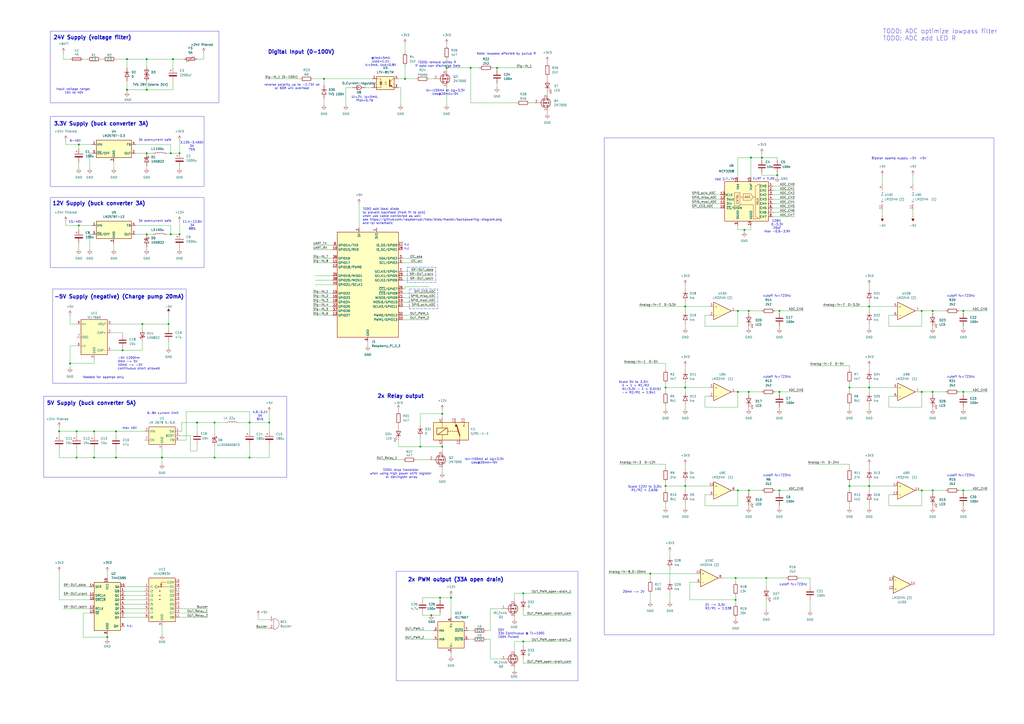
<source format=kicad_sch>
(kicad_sch
	(version 20231120)
	(generator "eeschema")
	(generator_version "8.0")
	(uuid "af4d11a6-73e1-4c39-a25e-5fe7dfa07237")
	(paper "A2")
	
	(junction
		(at 44.45 265.43)
		(diameter 0)
		(color 0 0 0 0)
		(uuid "04e54955-95ed-4070-adbb-7cee1b2c7a8b")
	)
	(junction
		(at 250.19 356.87)
		(diameter 0)
		(color 0 0 0 0)
		(uuid "0c7b1ae2-c684-4906-92c2-8dfa0b9613b9")
	)
	(junction
		(at 397.51 281.94)
		(diameter 0)
		(color 0 0 0 0)
		(uuid "0e07d6f8-3a7c-4725-82cd-d10a7f0683a0")
	)
	(junction
		(at 541.02 284.48)
		(diameter 0)
		(color 0 0 0 0)
		(uuid "0e6541d2-f91a-480b-96a2-8c8587665b35")
	)
	(junction
		(at 67.31 250.19)
		(diameter 0)
		(color 0 0 0 0)
		(uuid "105d8991-ac05-4276-b194-5060bc474cf0")
	)
	(junction
		(at 558.8 284.48)
		(diameter 0)
		(color 0 0 0 0)
		(uuid "10ed5e96-2758-4a0a-a4ea-05204dce981b")
	)
	(junction
		(at 426.72 347.98)
		(diameter 0)
		(color 0 0 0 0)
		(uuid "125089a1-9db4-401c-96a6-600e0a5f37ab")
	)
	(junction
		(at 504.19 177.8)
		(diameter 0)
		(color 0 0 0 0)
		(uuid "1496040b-0739-4f79-9656-8ba6acf367e5")
	)
	(junction
		(at 40.64 210.82)
		(diameter 0)
		(color 0 0 0 0)
		(uuid "16107448-b037-4021-a9bb-1fb19d6f36c7")
	)
	(junction
		(at 434.34 180.34)
		(diameter 0)
		(color 0 0 0 0)
		(uuid "18a0cd61-f20c-458f-ae53-f53c95308f3c")
	)
	(junction
		(at 504.19 224.79)
		(diameter 0)
		(color 0 0 0 0)
		(uuid "1ea12794-dff7-46f3-a7be-3eae8e9f25cd")
	)
	(junction
		(at 256.54 240.03)
		(diameter 0)
		(color 0 0 0 0)
		(uuid "213f96fc-26d9-4cf1-83bd-f4336ef00b81")
	)
	(junction
		(at 85.09 34.29)
		(diameter 0)
		(color 0 0 0 0)
		(uuid "2282d3fb-0d49-4956-ac9d-5d65f12a26a9")
	)
	(junction
		(at 386.08 281.94)
		(diameter 0)
		(color 0 0 0 0)
		(uuid "24d59385-b495-4247-aff8-808208d1ad23")
	)
	(junction
		(at 124.46 245.11)
		(diameter 0)
		(color 0 0 0 0)
		(uuid "28045595-b22a-4b06-9953-9f52298bbfc3")
	)
	(junction
		(at 558.8 227.33)
		(diameter 0)
		(color 0 0 0 0)
		(uuid "2a0ae629-2090-460b-9560-78eef3e21e12")
	)
	(junction
		(at 452.12 284.48)
		(diameter 0)
		(color 0 0 0 0)
		(uuid "2d00cd35-a1d8-46ca-99eb-6644666745c7")
	)
	(junction
		(at 431.8 133.35)
		(diameter 0)
		(color 0 0 0 0)
		(uuid "305b0609-1ce9-4297-b1f0-74fc85171eee")
	)
	(junction
		(at 44.45 250.19)
		(diameter 0)
		(color 0 0 0 0)
		(uuid "383ef42e-22d7-43b3-89d3-2af42737728c")
	)
	(junction
		(at 434.34 227.33)
		(diameter 0)
		(color 0 0 0 0)
		(uuid "3c17d532-9c56-4147-886a-4353d3930da4")
	)
	(junction
		(at 534.67 227.33)
		(diameter 0)
		(color 0 0 0 0)
		(uuid "3c3e58bb-12fa-4734-9ad9-e8a2b0b412d9")
	)
	(junction
		(at 62.23 369.57)
		(diameter 0)
		(color 0 0 0 0)
		(uuid "3c754c5e-b249-46c4-9d05-9f550316aca5")
	)
	(junction
		(at 234.95 45.72)
		(diameter 0)
		(color 0 0 0 0)
		(uuid "3f66f8e5-7a42-480c-a82f-f0cfe427845d")
	)
	(junction
		(at 54.61 250.19)
		(diameter 0)
		(color 0 0 0 0)
		(uuid "422bc740-9691-4697-b466-286d91cb40aa")
	)
	(junction
		(at 441.96 91.44)
		(diameter 0)
		(color 0 0 0 0)
		(uuid "42f8f2a2-d4f1-4f85-a7f3-af76fd15f334")
	)
	(junction
		(at 273.05 39.37)
		(diameter 0)
		(color 0 0 0 0)
		(uuid "496a74b5-cab5-4bd2-8fba-3c77c9129d49")
	)
	(junction
		(at 82.55 187.96)
		(diameter 0)
		(color 0 0 0 0)
		(uuid "49b65474-3c4a-461b-8a68-40a6b20540ce")
	)
	(junction
		(at 397.51 224.79)
		(diameter 0)
		(color 0 0 0 0)
		(uuid "537061a9-26cb-43db-8f80-9e29e68fd7c6")
	)
	(junction
		(at 534.67 284.48)
		(diameter 0)
		(color 0 0 0 0)
		(uuid "5453c15f-3da7-498f-b4d4-eefd4a32800e")
	)
	(junction
		(at 67.31 265.43)
		(diameter 0)
		(color 0 0 0 0)
		(uuid "548e2dfb-04f2-4d21-ab49-d803782e4bea")
	)
	(junction
		(at 104.14 135.89)
		(diameter 0)
		(color 0 0 0 0)
		(uuid "5b0eb3d4-c4be-4d9b-9e7b-ef02c7a05fa6")
	)
	(junction
		(at 104.14 88.9)
		(diameter 0)
		(color 0 0 0 0)
		(uuid "6030d6cb-547f-4627-bb7a-29b5d50e2d7c")
	)
	(junction
		(at 243.84 259.08)
		(diameter 0)
		(color 0 0 0 0)
		(uuid "60425bd0-25ac-489a-8444-ec1a6859d0b3")
	)
	(junction
		(at 45.72 83.82)
		(diameter 0)
		(color 0 0 0 0)
		(uuid "61300700-7a6f-4cf0-89e3-de24251aaf76")
	)
	(junction
		(at 452.12 180.34)
		(diameter 0)
		(color 0 0 0 0)
		(uuid "680a4fee-19e1-46b0-bd8c-93d1b36db9ac")
	)
	(junction
		(at 427.99 227.33)
		(diameter 0)
		(color 0 0 0 0)
		(uuid "68ebd790-44a9-4bcf-9f65-05450a6a1b02")
	)
	(junction
		(at 558.8 180.34)
		(diameter 0)
		(color 0 0 0 0)
		(uuid "6be8af0f-da4b-4677-8279-2584c5a28b41")
	)
	(junction
		(at 534.67 180.34)
		(diameter 0)
		(color 0 0 0 0)
		(uuid "6efe3a5a-b297-4526-84b5-8b000c99e794")
	)
	(junction
		(at 261.62 346.71)
		(diameter 0)
		(color 0 0 0 0)
		(uuid "6f8dae14-e5bb-4ed3-8136-992dd6b276bb")
	)
	(junction
		(at 435.61 91.44)
		(diameter 0)
		(color 0 0 0 0)
		(uuid "71c80c36-cea0-487c-bcb3-ac90e6cf6909")
	)
	(junction
		(at 99.06 135.89)
		(diameter 0)
		(color 0 0 0 0)
		(uuid "72aa6fa5-05f9-4fb4-9b06-f61f0b76719e")
	)
	(junction
		(at 492.76 281.94)
		(diameter 0)
		(color 0 0 0 0)
		(uuid "72cd6455-fb65-4b52-8421-80100f0ddc8f")
	)
	(junction
		(at 377.19 332.74)
		(diameter 0)
		(color 0 0 0 0)
		(uuid "7400491c-bfb9-4e19-baba-2170fac9607f")
	)
	(junction
		(at 156.21 245.11)
		(diameter 0)
		(color 0 0 0 0)
		(uuid "75c001cd-17a9-469a-b125-e6fab77c80b6")
	)
	(junction
		(at 73.66 52.07)
		(diameter 0)
		(color 0 0 0 0)
		(uuid "787a6eed-43d6-4010-9caf-dfc7614f8b7e")
	)
	(junction
		(at 427.99 284.48)
		(diameter 0)
		(color 0 0 0 0)
		(uuid "7a78d97d-9fb8-405b-8609-4c409e1351ae")
	)
	(junction
		(at 450.85 101.6)
		(diameter 0)
		(color 0 0 0 0)
		(uuid "7b6a19d9-d84c-4ace-9ad2-e52657e5669a")
	)
	(junction
		(at 97.79 187.96)
		(diameter 0)
		(color 0 0 0 0)
		(uuid "7e3134f9-4b48-4e64-b337-949ca5145048")
	)
	(junction
		(at 541.02 180.34)
		(diameter 0)
		(color 0 0 0 0)
		(uuid "87a4602c-a37f-4114-809f-d7782855e30b")
	)
	(junction
		(at 54.61 265.43)
		(diameter 0)
		(color 0 0 0 0)
		(uuid "8858408f-f194-4c4f-bd3d-5f79bdeb0f2d")
	)
	(junction
		(at 144.78 265.43)
		(diameter 0)
		(color 0 0 0 0)
		(uuid "89ab178e-a455-4ee1-9c37-6616d82dbbfd")
	)
	(junction
		(at 99.06 88.9)
		(diameter 0)
		(color 0 0 0 0)
		(uuid "8a14436b-3658-4869-9928-b6970ddfd0dd")
	)
	(junction
		(at 504.19 281.94)
		(diameter 0)
		(color 0 0 0 0)
		(uuid "8c384515-970b-4a9b-9d25-34f7c7cf5a31")
	)
	(junction
		(at 259.08 39.37)
		(diameter 0)
		(color 0 0 0 0)
		(uuid "8cb90e5a-5018-4ea5-bf60-7c32d85dd391")
	)
	(junction
		(at 427.99 180.34)
		(diameter 0)
		(color 0 0 0 0)
		(uuid "921e49f2-8b0b-4feb-9a09-5ec59d49541b")
	)
	(junction
		(at 45.72 130.81)
		(diameter 0)
		(color 0 0 0 0)
		(uuid "9ce26f46-c13d-457f-b7ea-3cb9a3964209")
	)
	(junction
		(at 426.72 335.28)
		(diameter 0)
		(color 0 0 0 0)
		(uuid "9fd18053-fbde-4a2f-95e0-ccb2430702d9")
	)
	(junction
		(at 255.27 346.71)
		(diameter 0)
		(color 0 0 0 0)
		(uuid "a0c78f0b-7101-4390-9aa6-cd615b54ded7")
	)
	(junction
		(at 144.78 245.11)
		(diameter 0)
		(color 0 0 0 0)
		(uuid "a1035066-f2bd-42c1-b35e-660253af95e6")
	)
	(junction
		(at 34.29 250.19)
		(diameter 0)
		(color 0 0 0 0)
		(uuid "a1588343-c251-454b-b53e-fff8eaaaa3ac")
	)
	(junction
		(at 444.5 335.28)
		(diameter 0)
		(color 0 0 0 0)
		(uuid "a254ea07-fe02-44b4-a091-0f3f88d2f0b4")
	)
	(junction
		(at 124.46 265.43)
		(diameter 0)
		(color 0 0 0 0)
		(uuid "b129a554-6918-436f-b908-937c28939470")
	)
	(junction
		(at 434.34 284.48)
		(diameter 0)
		(color 0 0 0 0)
		(uuid "b705a141-272e-408a-898a-0b8fe6d69bf8")
	)
	(junction
		(at 85.09 135.89)
		(diameter 0)
		(color 0 0 0 0)
		(uuid "b75be159-2e10-4f46-b206-2354b78b9157")
	)
	(junction
		(at 256.54 259.08)
		(diameter 0)
		(color 0 0 0 0)
		(uuid "b9253aee-b164-4ed0-839a-6d4809bf704f")
	)
	(junction
		(at 85.09 88.9)
		(diameter 0)
		(color 0 0 0 0)
		(uuid "bcb07714-ac5e-4281-b3c3-552386782e56")
	)
	(junction
		(at 492.76 224.79)
		(diameter 0)
		(color 0 0 0 0)
		(uuid "c6180b6b-2aec-46d6-b71a-125571a101f5")
	)
	(junction
		(at 541.02 227.33)
		(diameter 0)
		(color 0 0 0 0)
		(uuid "c646a925-109e-49ac-95ea-5c63f093c98a")
	)
	(junction
		(at 397.51 177.8)
		(diameter 0)
		(color 0 0 0 0)
		(uuid "c833a1cc-3c2c-49eb-ba59-318dd1c239bf")
	)
	(junction
		(at 386.08 224.79)
		(diameter 0)
		(color 0 0 0 0)
		(uuid "cfc70a41-02a1-4d5f-9a51-5b217e390eb3")
	)
	(junction
		(at 73.66 34.29)
		(diameter 0)
		(color 0 0 0 0)
		(uuid "d2fd5f5d-338a-4722-b4a0-b1eecd883f28")
	)
	(junction
		(at 100.33 34.29)
		(diameter 0)
		(color 0 0 0 0)
		(uuid "d4d801b9-c672-4d6c-acd1-0513ef63a985")
	)
	(junction
		(at 303.53 372.11)
		(diameter 0)
		(color 0 0 0 0)
		(uuid "d7f6abff-a394-48b0-8295-d13e407a04cb")
	)
	(junction
		(at 187.96 45.72)
		(diameter 0)
		(color 0 0 0 0)
		(uuid "dbe02959-11e7-4cf1-ad45-9fe30dcdf8bb")
	)
	(junction
		(at 452.12 227.33)
		(diameter 0)
		(color 0 0 0 0)
		(uuid "de465361-2b84-4ce6-af9a-117c1402b9b2")
	)
	(junction
		(at 85.09 52.07)
		(diameter 0)
		(color 0 0 0 0)
		(uuid "e7010d28-bd88-4654-aa85-6910d986f363")
	)
	(junction
		(at 114.3 245.11)
		(diameter 0)
		(color 0 0 0 0)
		(uuid "e70a65f8-f7a2-47ed-978c-48ab0ab55eb7")
	)
	(junction
		(at 303.53 344.17)
		(diameter 0)
		(color 0 0 0 0)
		(uuid "e8615103-e90c-4f75-b440-b8fad443ff1e")
	)
	(junction
		(at 71.12 203.2)
		(diameter 0)
		(color 0 0 0 0)
		(uuid "eac55c9c-6217-4313-8428-a310d44dd53f")
	)
	(junction
		(at 288.29 39.37)
		(diameter 0)
		(color 0 0 0 0)
		(uuid "f07a3669-e0a6-443d-bf09-5896238c8cb2")
	)
	(junction
		(at 93.98 265.43)
		(diameter 0)
		(color 0 0 0 0)
		(uuid "f74be3ca-6702-47ef-b237-4f888ce46f38")
	)
	(wire
		(pts
			(xy 450.85 100.33) (xy 450.85 101.6)
		)
		(stroke
			(width 0)
			(type default)
		)
		(uuid "0054231e-6c1c-4b62-a261-da803b448710")
	)
	(wire
		(pts
			(xy 72.39 340.36) (xy 83.82 340.36)
		)
		(stroke
			(width 0)
			(type default)
		)
		(uuid "00d61dbe-501f-4d24-b155-84949e743362")
	)
	(wire
		(pts
			(xy 377.19 344.17) (xy 377.19 349.25)
		)
		(stroke
			(width 0)
			(type default)
		)
		(uuid "00ef2f56-37bd-4ed0-aeb9-aa019bd24e2f")
	)
	(wire
		(pts
			(xy 104.14 353.06) (xy 120.65 353.06)
		)
		(stroke
			(width 0)
			(type default)
		)
		(uuid "01f70877-5d35-4473-8154-b32633fb4439")
	)
	(wire
		(pts
			(xy 62.23 368.3) (xy 62.23 369.57)
		)
		(stroke
			(width 0)
			(type default)
		)
		(uuid "02caf3da-4dfe-464a-bed0-55c975aa32ca")
	)
	(wire
		(pts
			(xy 181.61 170.18) (xy 193.04 170.18)
		)
		(stroke
			(width 0)
			(type default)
		)
		(uuid "02f927d2-46f0-4067-bb2c-7b5ed625f8eb")
	)
	(wire
		(pts
			(xy 124.46 259.08) (xy 124.46 265.43)
		)
		(stroke
			(width 0)
			(type default)
		)
		(uuid "056eeaf6-cef0-4a15-9aa0-a138145aa6e3")
	)
	(wire
		(pts
			(xy 427.99 102.87) (xy 427.99 91.44)
		)
		(stroke
			(width 0)
			(type default)
		)
		(uuid "05c7cccb-cca5-4623-97c8-040d9b4df307")
	)
	(wire
		(pts
			(xy 45.72 83.82) (xy 53.34 83.82)
		)
		(stroke
			(width 0)
			(type default)
		)
		(uuid "062e080a-8aeb-47cc-970e-09456cd360cd")
	)
	(wire
		(pts
			(xy 448.31 107.95) (xy 461.01 107.95)
		)
		(stroke
			(width 0)
			(type default)
		)
		(uuid "068083fa-fce7-43b5-8463-4f98840e7a26")
	)
	(wire
		(pts
			(xy 452.12 293.37) (xy 452.12 294.64)
		)
		(stroke
			(width 0)
			(type default)
		)
		(uuid "06b34c2d-7e49-4691-b0b0-589df73a99da")
	)
	(wire
		(pts
			(xy 233.68 157.48) (xy 251.46 157.48)
		)
		(stroke
			(width 0)
			(type default)
		)
		(uuid "06d6f191-9971-474b-b097-e0a1a133101e")
	)
	(wire
		(pts
			(xy 82.55 198.12) (xy 82.55 203.2)
		)
		(stroke
			(width 0)
			(type default)
		)
		(uuid "07802d6c-0405-4611-8498-2921642973c9")
	)
	(wire
		(pts
			(xy 504.19 212.09) (xy 504.19 214.63)
		)
		(stroke
			(width 0)
			(type default)
		)
		(uuid "07b2e41e-17b4-4953-97b1-d10583b079aa")
	)
	(wire
		(pts
			(xy 71.12 203.2) (xy 64.77 203.2)
		)
		(stroke
			(width 0)
			(type default)
		)
		(uuid "09231105-ced3-4313-bf61-0ff5f84aa1d1")
	)
	(wire
		(pts
			(xy 448.31 110.49) (xy 461.01 110.49)
		)
		(stroke
			(width 0)
			(type default)
		)
		(uuid "0932f8bf-1781-41f0-8075-3b7e84ddb5c7")
	)
	(wire
		(pts
			(xy 52.07 97.79) (xy 52.07 88.9)
		)
		(stroke
			(width 0)
			(type default)
		)
		(uuid "096d85b4-5d51-44af-82ba-979fa750f17a")
	)
	(wire
		(pts
			(xy 492.76 279.4) (xy 492.76 281.94)
		)
		(stroke
			(width 0)
			(type default)
		)
		(uuid "09d9a41a-af3c-4a91-ad4d-2c3b79cf9ec7")
	)
	(wire
		(pts
			(xy 62.23 331.47) (xy 62.23 335.28)
		)
		(stroke
			(width 0)
			(type default)
		)
		(uuid "0a051774-4cbb-4b66-bf37-8910fac947bb")
	)
	(wire
		(pts
			(xy 477.52 177.8) (xy 504.19 177.8)
		)
		(stroke
			(width 0)
			(type default)
		)
		(uuid "0a4f0ed0-e03f-4174-b2e5-746ec8356e9f")
	)
	(wire
		(pts
			(xy 82.55 187.96) (xy 97.79 187.96)
		)
		(stroke
			(width 0)
			(type default)
		)
		(uuid "0a9bbdf8-1908-4d8c-8217-07db364293b0")
	)
	(wire
		(pts
			(xy 386.08 234.95) (xy 386.08 237.49)
		)
		(stroke
			(width 0)
			(type default)
		)
		(uuid "0b9b4983-ca2c-4ef5-a4ff-86b324cb4b6e")
	)
	(wire
		(pts
			(xy 449.58 227.33) (xy 452.12 227.33)
		)
		(stroke
			(width 0)
			(type default)
		)
		(uuid "0da18ff8-94c6-4073-a885-04f4684a58bf")
	)
	(wire
		(pts
			(xy 72.39 345.44) (xy 83.82 345.44)
		)
		(stroke
			(width 0)
			(type default)
		)
		(uuid "0da6d0b3-a0b0-44b8-8579-63e5a542c16a")
	)
	(wire
		(pts
			(xy 515.62 229.87) (xy 515.62 236.22)
		)
		(stroke
			(width 0)
			(type default)
		)
		(uuid "0f0654e1-74f5-48ef-9fad-2239674591c1")
	)
	(wire
		(pts
			(xy 273.05 39.37) (xy 278.13 39.37)
		)
		(stroke
			(width 0)
			(type default)
		)
		(uuid "0f17fc4f-3d49-4470-b6f0-1f92c65103e0")
	)
	(wire
		(pts
			(xy 444.5 347.98) (xy 444.5 354.33)
		)
		(stroke
			(width 0)
			(type default)
		)
		(uuid "100d3b99-de7b-44c2-b3ea-79a36ae0cc62")
	)
	(wire
		(pts
			(xy 144.78 245.11) (xy 144.78 250.19)
		)
		(stroke
			(width 0)
			(type default)
		)
		(uuid "10545d38-a86d-4f4b-9d61-a90e5b83a28b")
	)
	(wire
		(pts
			(xy 533.4 180.34) (xy 534.67 180.34)
		)
		(stroke
			(width 0)
			(type default)
		)
		(uuid "108249c6-4a9f-4448-9a48-5f507a8170fa")
	)
	(wire
		(pts
			(xy 181.61 177.8) (xy 193.04 177.8)
		)
		(stroke
			(width 0)
			(type default)
		)
		(uuid "10a757e5-89b9-4989-b591-35fa1e44e30a")
	)
	(wire
		(pts
			(xy 144.78 245.11) (xy 156.21 245.11)
		)
		(stroke
			(width 0)
			(type default)
		)
		(uuid "11050421-263c-408e-9ff9-8d4704e38685")
	)
	(wire
		(pts
			(xy 233.68 160.02) (xy 251.46 160.02)
		)
		(stroke
			(width 0)
			(type default)
		)
		(uuid "119c66a0-9194-4112-8a35-c7ab420db9e3")
	)
	(wire
		(pts
			(xy 303.53 372.11) (xy 303.53 374.65)
		)
		(stroke
			(width 0)
			(type default)
		)
		(uuid "11c359c3-26fe-4117-8dcc-0f087608c0a4")
	)
	(wire
		(pts
			(xy 104.14 143.51) (xy 104.14 144.78)
		)
		(stroke
			(width 0)
			(type default)
		)
		(uuid "125a7d11-0e70-4fc2-ad30-a60c78e9f5a4")
	)
	(wire
		(pts
			(xy 36.83 340.36) (xy 52.07 340.36)
		)
		(stroke
			(width 0)
			(type default)
		)
		(uuid "12a983d3-1186-4ca8-a60c-5c45001d78ec")
	)
	(wire
		(pts
			(xy 452.12 180.34) (xy 466.09 180.34)
		)
		(stroke
			(width 0)
			(type default)
		)
		(uuid "12b48994-3133-4957-abdc-916519276929")
	)
	(wire
		(pts
			(xy 397.51 165.1) (xy 397.51 167.64)
		)
		(stroke
			(width 0)
			(type default)
		)
		(uuid "12c4f5fd-82b0-486f-8e71-4efd44e48b75")
	)
	(wire
		(pts
			(xy 397.51 281.94) (xy 397.51 284.48)
		)
		(stroke
			(width 0)
			(type default)
		)
		(uuid "12fb5370-f490-4a31-b43a-cc9f448637b1")
	)
	(wire
		(pts
			(xy 156.21 257.81) (xy 156.21 265.43)
		)
		(stroke
			(width 0)
			(type default)
		)
		(uuid "137c88a4-e84c-4de9-8e08-42b4620e394d")
	)
	(wire
		(pts
			(xy 73.66 34.29) (xy 73.66 39.37)
		)
		(stroke
			(width 0)
			(type default)
		)
		(uuid "147be2c8-821e-4c84-a2e1-06b7f4973251")
	)
	(wire
		(pts
			(xy 441.96 101.6) (xy 450.85 101.6)
		)
		(stroke
			(width 0)
			(type default)
		)
		(uuid "14e2a1f5-5ec8-44d4-8c05-ee4cab2bd0fb")
	)
	(wire
		(pts
			(xy 426.72 335.28) (xy 426.72 337.82)
		)
		(stroke
			(width 0)
			(type default)
		)
		(uuid "1650821f-6f72-4ef4-81aa-36ef4033d5a7")
	)
	(wire
		(pts
			(xy 245.11 347.98) (xy 245.11 346.71)
		)
		(stroke
			(width 0)
			(type default)
		)
		(uuid "18dc0aef-b3db-4808-8839-8af1912155b4")
	)
	(wire
		(pts
			(xy 288.29 48.26) (xy 288.29 50.8)
		)
		(stroke
			(width 0)
			(type default)
		)
		(uuid "18f9bc5a-34ff-457d-bae9-2674040e04d3")
	)
	(wire
		(pts
			(xy 256.54 271.78) (xy 256.54 274.32)
		)
		(stroke
			(width 0)
			(type default)
		)
		(uuid "196b197c-4cf7-49cc-8ead-24093cf321aa")
	)
	(wire
		(pts
			(xy 386.08 279.4) (xy 386.08 281.94)
		)
		(stroke
			(width 0)
			(type default)
		)
		(uuid "19afada5-a550-4ec1-90a7-c53861b53b06")
	)
	(wire
		(pts
			(xy 231.14 255.27) (xy 231.14 259.08)
		)
		(stroke
			(width 0)
			(type default)
		)
		(uuid "1a9b8154-dfe5-48da-9674-520ef25d19f9")
	)
	(wire
		(pts
			(xy 85.09 88.9) (xy 88.9 88.9)
		)
		(stroke
			(width 0)
			(type default)
		)
		(uuid "1bc6767a-124e-4752-8da3-4dc2026b8aff")
	)
	(wire
		(pts
			(xy 541.02 227.33) (xy 548.64 227.33)
		)
		(stroke
			(width 0)
			(type default)
		)
		(uuid "1bfadc61-a8fe-44f6-90f7-fbd54f92240a")
	)
	(wire
		(pts
			(xy 534.67 180.34) (xy 541.02 180.34)
		)
		(stroke
			(width 0)
			(type default)
		)
		(uuid "1c58b703-1ab5-4a29-b805-9ecae4928330")
	)
	(wire
		(pts
			(xy 231.14 259.08) (xy 243.84 259.08)
		)
		(stroke
			(width 0)
			(type default)
		)
		(uuid "1d3d64b3-6f1d-4f1a-ae88-95cfc9beaf80")
	)
	(wire
		(pts
			(xy 408.94 287.02) (xy 408.94 293.37)
		)
		(stroke
			(width 0)
			(type default)
		)
		(uuid "1dc82879-775f-4817-a151-2426d36900fc")
	)
	(wire
		(pts
			(xy 67.31 265.43) (xy 93.98 265.43)
		)
		(stroke
			(width 0)
			(type default)
		)
		(uuid "1dfeaed5-ce45-412c-9536-200b58c4cd88")
	)
	(wire
		(pts
			(xy 518.16 287.02) (xy 515.62 287.02)
		)
		(stroke
			(width 0)
			(type default)
		)
		(uuid "1e53379a-7223-42df-9e45-4a73eb6eeb8b")
	)
	(wire
		(pts
			(xy 138.43 245.11) (xy 144.78 245.11)
		)
		(stroke
			(width 0)
			(type default)
		)
		(uuid "1f119b6d-bc5c-43a6-876e-2006a604c4da")
	)
	(wire
		(pts
			(xy 504.19 222.25) (xy 504.19 224.79)
		)
		(stroke
			(width 0)
			(type default)
		)
		(uuid "1fc2d9b5-7a3a-4ad2-8e82-e1c2a452b90d")
	)
	(wire
		(pts
			(xy 317.5 44.45) (xy 317.5 45.72)
		)
		(stroke
			(width 0)
			(type default)
		)
		(uuid "1fd0b790-48d5-49f1-b02d-fe99cb33f727")
	)
	(wire
		(pts
			(xy 388.62 330.2) (xy 388.62 336.55)
		)
		(stroke
			(width 0)
			(type default)
		)
		(uuid "1ffadb38-914d-46f1-99f1-6a8087e37cc3")
	)
	(wire
		(pts
			(xy 36.83 353.06) (xy 52.07 353.06)
		)
		(stroke
			(width 0)
			(type default)
		)
		(uuid "20fb024a-f73d-48d4-b683-4d3f4306bcb3")
	)
	(wire
		(pts
			(xy 386.08 281.94) (xy 397.51 281.94)
		)
		(stroke
			(width 0)
			(type default)
		)
		(uuid "21901315-03d5-465c-896b-551c93dbd06c")
	)
	(wire
		(pts
			(xy 556.26 227.33) (xy 558.8 227.33)
		)
		(stroke
			(width 0)
			(type default)
		)
		(uuid "21e63c20-7b89-4a9e-8f7c-a8fd8aec3e19")
	)
	(wire
		(pts
			(xy 492.76 224.79) (xy 492.76 227.33)
		)
		(stroke
			(width 0)
			(type default)
		)
		(uuid "22b4d91a-1ec6-4d68-9b61-8a5c6906624a")
	)
	(wire
		(pts
			(xy 449.58 180.34) (xy 452.12 180.34)
		)
		(stroke
			(width 0)
			(type default)
		)
		(uuid "23844a99-b10c-4e42-b497-5aac0c43a77c")
	)
	(wire
		(pts
			(xy 541.02 284.48) (xy 541.02 285.75)
		)
		(stroke
			(width 0)
			(type default)
		)
		(uuid "238ebe23-6747-4e44-b63e-da687a62d863")
	)
	(wire
		(pts
			(xy 73.66 52.07) (xy 73.66 53.34)
		)
		(stroke
			(width 0)
			(type default)
		)
		(uuid "2392f8de-64ca-4ad2-9c50-6ad45435e202")
	)
	(wire
		(pts
			(xy 181.61 45.72) (xy 187.96 45.72)
		)
		(stroke
			(width 0)
			(type default)
		)
		(uuid "23dfcef5-54e1-43c9-8345-47d8258009e8")
	)
	(wire
		(pts
			(xy 38.1 128.27) (xy 38.1 130.81)
		)
		(stroke
			(width 0)
			(type default)
		)
		(uuid "24166ed3-6929-44e1-9f43-dca2d382cd8b")
	)
	(wire
		(pts
			(xy 359.41 269.24) (xy 386.08 269.24)
		)
		(stroke
			(width 0)
			(type default)
		)
		(uuid "241e2811-bad4-4d9d-969a-b82a5d8d7104")
	)
	(wire
		(pts
			(xy 541.02 227.33) (xy 541.02 228.6)
		)
		(stroke
			(width 0)
			(type default)
		)
		(uuid "24b14436-5c06-4132-9697-fb6cb9ac0a77")
	)
	(wire
		(pts
			(xy 448.31 115.57) (xy 461.01 115.57)
		)
		(stroke
			(width 0)
			(type default)
		)
		(uuid "24b8cd11-ef80-4755-84b3-4ab2650e79e8")
	)
	(wire
		(pts
			(xy 82.55 187.96) (xy 82.55 190.5)
		)
		(stroke
			(width 0)
			(type default)
		)
		(uuid "24fc4db9-e669-4108-8575-ad552b1f7095")
	)
	(wire
		(pts
			(xy 97.79 181.61) (xy 97.79 187.96)
		)
		(stroke
			(width 0)
			(type default)
		)
		(uuid "250cae5f-018d-46f3-8b3a-08c428d30aad")
	)
	(wire
		(pts
			(xy 288.29 39.37) (xy 308.61 39.37)
		)
		(stroke
			(width 0)
			(type default)
		)
		(uuid "26309b7f-d337-4125-a8b8-729a54cfa688")
	)
	(wire
		(pts
			(xy 259.08 39.37) (xy 273.05 39.37)
		)
		(stroke
			(width 0)
			(type default)
		)
		(uuid "26f4b176-d345-471c-a589-d2b34ad320d9")
	)
	(wire
		(pts
			(xy 298.45 372.11) (xy 298.45 377.19)
		)
		(stroke
			(width 0)
			(type default)
		)
		(uuid "28a7e3ae-ec0f-4c85-8d6e-255f33033320")
	)
	(wire
		(pts
			(xy 434.34 227.33) (xy 434.34 228.6)
		)
		(stroke
			(width 0)
			(type default)
		)
		(uuid "28bc6461-3c72-4ab1-9f54-adde9a691dfe")
	)
	(wire
		(pts
			(xy 181.61 172.72) (xy 193.04 172.72)
		)
		(stroke
			(width 0)
			(type default)
		)
		(uuid "290648d6-e0c2-4a02-8151-8e6a5ea8000b")
	)
	(wire
		(pts
			(xy 85.09 135.89) (xy 78.74 135.89)
		)
		(stroke
			(width 0)
			(type default)
		)
		(uuid "2914a31e-5344-4d8c-8336-baf7ef768326")
	)
	(wire
		(pts
			(xy 492.76 292.1) (xy 492.76 294.64)
		)
		(stroke
			(width 0)
			(type default)
		)
		(uuid "29a84df5-a401-472c-b970-3e9ceb118392")
	)
	(wire
		(pts
			(xy 492.76 212.09) (xy 492.76 214.63)
		)
		(stroke
			(width 0)
			(type default)
		)
		(uuid "2b95e465-b22c-47d4-a285-ff94746f6576")
	)
	(wire
		(pts
			(xy 431.8 133.35) (xy 435.61 133.35)
		)
		(stroke
			(width 0)
			(type default)
		)
		(uuid "2b9ccaa2-a7a6-40a8-9a8d-c15a845f981b")
	)
	(wire
		(pts
			(xy 259.08 25.4) (xy 259.08 26.67)
		)
		(stroke
			(width 0)
			(type default)
		)
		(uuid "2c426e30-8b88-4a18-bb4a-23f88606845a")
	)
	(wire
		(pts
			(xy 234.95 45.72) (xy 241.3 45.72)
		)
		(stroke
			(width 0)
			(type default)
		)
		(uuid "2c754bca-9c82-483c-9ff8-e9f74de0ee01")
	)
	(wire
		(pts
			(xy 541.02 236.22) (xy 541.02 237.49)
		)
		(stroke
			(width 0)
			(type default)
		)
		(uuid "2ccc0658-2e29-42f3-8065-e7cd80e3e222")
	)
	(wire
		(pts
			(xy 386.08 292.1) (xy 386.08 294.64)
		)
		(stroke
			(width 0)
			(type default)
		)
		(uuid "2d08e881-3da2-4833-a4f0-61ef873254db")
	)
	(wire
		(pts
			(xy 511.81 101.6) (xy 511.81 106.68)
		)
		(stroke
			(width 0)
			(type default)
		)
		(uuid "2d458802-502c-4ecf-9caf-a43a110ce546")
	)
	(wire
		(pts
			(xy 444.5 335.28) (xy 444.5 340.36)
		)
		(stroke
			(width 0)
			(type default)
		)
		(uuid "2d58740f-20ac-47c8-a6a7-385a25e5466d")
	)
	(wire
		(pts
			(xy 213.36 198.12) (xy 213.36 200.66)
		)
		(stroke
			(width 0)
			(type default)
		)
		(uuid "2da67416-80ed-41f3-b8a4-d331451071aa")
	)
	(wire
		(pts
			(xy 234.95 166.37) (xy 234.95 167.64)
		)
		(stroke
			(width 0)
			(type default)
		)
		(uuid "2de6cee3-ba04-44f6-b491-492d4c257dd1")
	)
	(wire
		(pts
			(xy 284.48 370.84) (xy 281.94 370.84)
		)
		(stroke
			(width 0)
			(type default)
		)
		(uuid "2f8bdde5-609c-48c0-bf0b-d372edca7b2f")
	)
	(wire
		(pts
			(xy 208.28 118.11) (xy 208.28 132.08)
		)
		(stroke
			(width 0)
			(type default)
		)
		(uuid "2fa17a05-f7bb-4829-912f-a6d673135030")
	)
	(wire
		(pts
			(xy 558.8 227.33) (xy 572.77 227.33)
		)
		(stroke
			(width 0)
			(type default)
		)
		(uuid "2fabc68c-d5c7-4ecd-a307-3b45d890d4d3")
	)
	(wire
		(pts
			(xy 36.83 30.48) (xy 36.83 34.29)
		)
		(stroke
			(width 0)
			(type default)
		)
		(uuid "312b9e9d-f3c5-4818-bb2f-e49c1b9b26ee")
	)
	(wire
		(pts
			(xy 504.19 279.4) (xy 504.19 281.94)
		)
		(stroke
			(width 0)
			(type default)
		)
		(uuid "31cd0200-5ec5-4dd9-aaf7-e4adf221e554")
	)
	(wire
		(pts
			(xy 317.5 64.77) (xy 317.5 66.04)
		)
		(stroke
			(width 0)
			(type default)
		)
		(uuid "31e973a2-25cf-4cfb-a814-9d710f200fa0")
	)
	(wire
		(pts
			(xy 444.5 335.28) (xy 455.93 335.28)
		)
		(stroke
			(width 0)
			(type default)
		)
		(uuid "33b893ed-df5d-468b-85b4-6ad71ad43b02")
	)
	(wire
		(pts
			(xy 515.62 287.02) (xy 515.62 293.37)
		)
		(stroke
			(width 0)
			(type default)
		)
		(uuid "342cd887-7fe4-4180-bee4-e1ad6318de05")
	)
	(wire
		(pts
			(xy 448.31 123.19) (xy 461.01 123.19)
		)
		(stroke
			(width 0)
			(type default)
		)
		(uuid "3530c46a-6e25-482b-b968-518bf8c9a8ab")
	)
	(wire
		(pts
			(xy 556.26 180.34) (xy 558.8 180.34)
		)
		(stroke
			(width 0)
			(type default)
		)
		(uuid "35c3dbe3-680e-48db-a50f-7b13360b35dd")
	)
	(wire
		(pts
			(xy 492.76 281.94) (xy 492.76 284.48)
		)
		(stroke
			(width 0)
			(type default)
		)
		(uuid "362a3669-b5d6-41e1-b360-b2543155e2e9")
	)
	(wire
		(pts
			(xy 96.52 88.9) (xy 99.06 88.9)
		)
		(stroke
			(width 0)
			(type default)
		)
		(uuid "36dbf9b2-129d-45ef-8f18-f4ffca4a34c3")
	)
	(wire
		(pts
			(xy 54.61 265.43) (xy 67.31 265.43)
		)
		(stroke
			(width 0)
			(type default)
		)
		(uuid "36ef0f3d-5f82-4fe4-8ac0-634b6aca89f0")
	)
	(wire
		(pts
			(xy 233.68 175.26) (xy 252.73 175.26)
		)
		(stroke
			(width 0)
			(type default)
		)
		(uuid "37df22b7-3ac0-4743-b54e-b238c46725e5")
	)
	(wire
		(pts
			(xy 234.95 38.1) (xy 234.95 45.72)
		)
		(stroke
			(width 0)
			(type default)
		)
		(uuid "38c5767f-cf8f-4902-902f-687906200ae5")
	)
	(wire
		(pts
			(xy 397.51 187.96) (xy 397.51 190.5)
		)
		(stroke
			(width 0)
			(type default)
		)
		(uuid "3aba686c-7f20-4fdb-a589-3030c9d36881")
	)
	(wire
		(pts
			(xy 182.88 165.1) (xy 193.04 165.1)
		)
		(stroke
			(width 0)
			(type default)
		)
		(uuid "3aeea25b-b526-4c4c-9a14-20971d742727")
	)
	(wire
		(pts
			(xy 114.3 245.11) (xy 114.3 250.19)
		)
		(stroke
			(width 0)
			(type default)
		)
		(uuid "3b26056a-2205-47a2-9f40-f9697f046f04")
	)
	(wire
		(pts
			(xy 255.27 346.71) (xy 261.62 346.71)
		)
		(stroke
			(width 0)
			(type default)
		)
		(uuid "3b4be52a-2ad1-4b92-9955-60020d75a3ef")
	)
	(wire
		(pts
			(xy 156.21 265.43) (xy 144.78 265.43)
		)
		(stroke
			(width 0)
			(type default)
		)
		(uuid "3b57c002-7cfd-4b01-9bd0-a9063c7de990")
	)
	(wire
		(pts
			(xy 558.8 236.22) (xy 558.8 237.49)
		)
		(stroke
			(width 0)
			(type default)
		)
		(uuid "3b72617c-8e5b-409d-8eff-c0c0bdccbdc7")
	)
	(wire
		(pts
			(xy 54.61 260.35) (xy 54.61 265.43)
		)
		(stroke
			(width 0)
			(type default)
		)
		(uuid "3da092b2-3579-44ee-9f1a-7dc736839416")
	)
	(wire
		(pts
			(xy 34.29 250.19) (xy 34.29 252.73)
		)
		(stroke
			(width 0)
			(type default)
		)
		(uuid "3ddbeb86-f388-4c89-98ea-a9e4b08c0699")
	)
	(wire
		(pts
			(xy 52.07 88.9) (xy 53.34 88.9)
		)
		(stroke
			(width 0)
			(type default)
		)
		(uuid "3e60e431-84f1-436a-99fb-f0196e89bcf0")
	)
	(wire
		(pts
			(xy 408.94 182.88) (xy 408.94 189.23)
		)
		(stroke
			(width 0)
			(type default)
		)
		(uuid "4004cf85-1c05-4350-8d27-f2799b925cfe")
	)
	(wire
		(pts
			(xy 85.09 135.89) (xy 88.9 135.89)
		)
		(stroke
			(width 0)
			(type default)
		)
		(uuid "41dd684b-b2cf-4918-b2fa-e24af5a96c31")
	)
	(wire
		(pts
			(xy 45.72 130.81) (xy 45.72 133.35)
		)
		(stroke
			(width 0)
			(type default)
		)
		(uuid "429f31e6-9c15-47fc-a53a-661ec52f4c31")
	)
	(wire
		(pts
			(xy 448.31 120.65) (xy 461.01 120.65)
		)
		(stroke
			(width 0)
			(type default)
		)
		(uuid "42c865ad-08f7-4b14-b07e-c66bb29dbe02")
	)
	(wire
		(pts
			(xy 541.02 180.34) (xy 548.64 180.34)
		)
		(stroke
			(width 0)
			(type default)
		)
		(uuid "42fa28b5-2014-445b-9ba5-cbfbabd22519")
	)
	(wire
		(pts
			(xy 45.72 83.82) (xy 45.72 86.36)
		)
		(stroke
			(width 0)
			(type default)
		)
		(uuid "434d52f6-e61e-4de2-b8c2-9f723a35bb15")
	)
	(wire
		(pts
			(xy 401.32 120.65) (xy 417.83 120.65)
		)
		(stroke
			(width 0)
			(type default)
		)
		(uuid "439b5d91-a7ed-4297-80f9-6f243928e7d6")
	)
	(wire
		(pts
			(xy 78.74 83.82) (xy 99.06 83.82)
		)
		(stroke
			(width 0)
			(type default)
		)
		(uuid "4510b88a-d309-41e9-911e-7f21f2747429")
	)
	(wire
		(pts
			(xy 44.45 265.43) (xy 54.61 265.43)
		)
		(stroke
			(width 0)
			(type default)
		)
		(uuid "468496be-f6d5-4b2a-8683-92086b6bba44")
	)
	(wire
		(pts
			(xy 504.19 224.79) (xy 518.16 224.79)
		)
		(stroke
			(width 0)
			(type default)
		)
		(uuid "46e4ba16-875b-4f73-8212-e93ccd0ee87d")
	)
	(wire
		(pts
			(xy 99.06 135.89) (xy 104.14 135.89)
		)
		(stroke
			(width 0)
			(type default)
		)
		(uuid "473017ac-7304-423f-b665-624cbeb6b71f")
	)
	(wire
		(pts
			(xy 107.95 238.76) (xy 144.78 238.76)
		)
		(stroke
			(width 0)
			(type default)
		)
		(uuid "474c21aa-9d8b-4fd6-bf84-0695257ad4e8")
	)
	(wire
		(pts
			(xy 558.8 293.37) (xy 558.8 294.64)
		)
		(stroke
			(width 0)
			(type default)
		)
		(uuid "4829b489-17d6-4b34-a0d1-2b91af9d6c2c")
	)
	(wire
		(pts
			(xy 104.14 81.28) (xy 104.14 88.9)
		)
		(stroke
			(width 0)
			(type default)
		)
		(uuid "4845c6d1-f452-4f8f-bc04-1edb892ce074")
	)
	(wire
		(pts
			(xy 271.78 365.76) (xy 274.32 365.76)
		)
		(stroke
			(width 0)
			(type default)
		)
		(uuid "489bf1b7-9684-4233-9d56-d492a8e7de3e")
	)
	(wire
		(pts
			(xy 534.67 293.37) (xy 534.67 284.48)
		)
		(stroke
			(width 0)
			(type default)
		)
		(uuid "4957c436-fe00-4e4f-942f-4642775126b2")
	)
	(wire
		(pts
			(xy 52.07 135.89) (xy 53.34 135.89)
		)
		(stroke
			(width 0)
			(type default)
		)
		(uuid "4a7a45aa-aba5-4f43-b850-2f12eeae7e82")
	)
	(wire
		(pts
			(xy 468.63 269.24) (xy 492.76 269.24)
		)
		(stroke
			(width 0)
			(type default)
		)
		(uuid "4b531c2a-4f8a-45ad-980c-652c9560a3c5")
	)
	(wire
		(pts
			(xy 534.67 227.33) (xy 541.02 227.33)
		)
		(stroke
			(width 0)
			(type default)
		)
		(uuid "4ba02483-3441-4ffc-b8ef-a47c1acdf090")
	)
	(wire
		(pts
			(xy 99.06 130.81) (xy 99.06 135.89)
		)
		(stroke
			(width 0)
			(type default)
		)
		(uuid "4cbf875e-58ed-4cd6-b772-5671b7f28ceb")
	)
	(wire
		(pts
			(xy 452.12 227.33) (xy 466.09 227.33)
		)
		(stroke
			(width 0)
			(type default)
		)
		(uuid "4ce4b2fc-fc75-446b-bcbf-cdafaf96f604")
	)
	(wire
		(pts
			(xy 71.12 193.04) (xy 71.12 194.31)
		)
		(stroke
			(width 0)
			(type default)
		)
		(uuid "4d52de5f-8c2e-49a6-b501-bd212fa30f6b")
	)
	(wire
		(pts
			(xy 388.62 344.17) (xy 388.62 349.25)
		)
		(stroke
			(width 0)
			(type default)
		)
		(uuid "4d88ca1c-ea50-4ff5-a3a6-c55696e4ded3")
	)
	(wire
		(pts
			(xy 469.9 335.28) (xy 469.9 340.36)
		)
		(stroke
			(width 0)
			(type default)
		)
		(uuid "4e52b931-12a4-484f-aeeb-e618bf9d387b")
	)
	(wire
		(pts
			(xy 99.06 83.82) (xy 99.06 88.9)
		)
		(stroke
			(width 0)
			(type default)
		)
		(uuid "4f6bdeb1-d680-488b-93e0-aa0268270cd6")
	)
	(wire
		(pts
			(xy 233.68 172.72) (xy 252.73 172.72)
		)
		(stroke
			(width 0)
			(type default)
		)
		(uuid "4f99b804-4ad1-4ac4-9e22-14cd7261d84d")
	)
	(wire
		(pts
			(xy 245.11 355.6) (xy 245.11 356.87)
		)
		(stroke
			(width 0)
			(type default)
		)
		(uuid "4fb2c065-c0aa-4489-84ba-e6578168bf77")
	)
	(wire
		(pts
			(xy 243.84 259.08) (xy 256.54 259.08)
		)
		(stroke
			(width 0)
			(type default)
		)
		(uuid "52204379-8bae-48b9-bb79-c4271de56671")
	)
	(wire
		(pts
			(xy 452.12 284.48) (xy 452.12 285.75)
		)
		(stroke
			(width 0)
			(type default)
		)
		(uuid "52a2753a-ef20-4cbd-a211-9cf21866a143")
	)
	(wire
		(pts
			(xy 212.09 50.8) (xy 215.9 50.8)
		)
		(stroke
			(width 0)
			(type default)
		)
		(uuid "548cef41-84a1-4d2b-bcd5-34757016835f")
	)
	(wire
		(pts
			(xy 434.34 284.48) (xy 441.96 284.48)
		)
		(stroke
			(width 0)
			(type default)
		)
		(uuid "55c4e35d-3da1-41df-a325-85bec7fa57e7")
	)
	(wire
		(pts
			(xy 261.62 345.44) (xy 261.62 346.71)
		)
		(stroke
			(width 0)
			(type default)
		)
		(uuid "561e6491-69a5-4fe9-bb13-454bade1136f")
	)
	(wire
		(pts
			(xy 261.62 378.46) (xy 261.62 381)
		)
		(stroke
			(width 0)
			(type default)
		)
		(uuid "564e8a6b-92c7-4392-9154-9212cda08ea6")
	)
	(wire
		(pts
			(xy 100.33 52.07) (xy 85.09 52.07)
		)
		(stroke
			(width 0)
			(type default)
		)
		(uuid "56f0d9b1-9d6d-4e01-aedc-54a4472ee2d9")
	)
	(wire
		(pts
			(xy 558.8 284.48) (xy 558.8 285.75)
		)
		(stroke
			(width 0)
			(type default)
		)
		(uuid "584912e9-080b-41d3-8477-c46e6bb19342")
	)
	(wire
		(pts
			(xy 426.72 347.98) (xy 426.72 350.52)
		)
		(stroke
			(width 0)
			(type default)
		)
		(uuid "5882804f-e57d-49e3-bd40-a2f0b8cd8856")
	)
	(wire
		(pts
			(xy 504.19 165.1) (xy 504.19 167.64)
		)
		(stroke
			(width 0)
			(type default)
		)
		(uuid "58f712f8-d29c-40a7-b691-f23f2249597c")
	)
	(wire
		(pts
			(xy 370.84 177.8) (xy 397.51 177.8)
		)
		(stroke
			(width 0)
			(type default)
		)
		(uuid "59235f1a-b42f-43d9-b0c0-994951090b7e")
	)
	(wire
		(pts
			(xy 40.64 187.96) (xy 44.45 187.96)
		)
		(stroke
			(width 0)
			(type default)
		)
		(uuid "5a58ee3b-d422-45cf-9b6c-f0c44ccd3021")
	)
	(wire
		(pts
			(xy 504.19 177.8) (xy 518.16 177.8)
		)
		(stroke
			(width 0)
			(type default)
		)
		(uuid "5aaaaedb-729e-431f-82e6-f4424d8e2aba")
	)
	(wire
		(pts
			(xy 48.26 369.57) (xy 62.23 369.57)
		)
		(stroke
			(width 0)
			(type default)
		)
		(uuid "5b75a293-60a9-4651-ad34-0ab0aa4c8a6b")
	)
	(wire
		(pts
			(xy 148.59 364.49) (xy 156.21 364.49)
		)
		(stroke
			(width 0)
			(type default)
		)
		(uuid "5c0f9a11-bf2a-4a4f-acdf-e21144a4405e")
	)
	(wire
		(pts
			(xy 435.61 133.35) (xy 435.61 130.81)
		)
		(stroke
			(width 0)
			(type default)
		)
		(uuid "5d82d160-16aa-45f6-b921-af143ee44199")
	)
	(wire
		(pts
			(xy 71.12 201.93) (xy 71.12 203.2)
		)
		(stroke
			(width 0)
			(type default)
		)
		(uuid "5e206263-973f-4ece-be89-87fb3f8ee1dd")
	)
	(wire
		(pts
			(xy 100.33 34.29) (xy 85.09 34.29)
		)
		(stroke
			(width 0)
			(type default)
		)
		(uuid "5e8d45af-85e0-4c84-bd68-9d6bc4a81647")
	)
	(wire
		(pts
			(xy 255.27 356.87) (xy 255.27 355.6)
		)
		(stroke
			(width 0)
			(type default)
		)
		(uuid "5e9b5c81-dc0f-48fa-8fba-8a83f5efef1b")
	)
	(wire
		(pts
			(xy 182.88 160.02) (xy 193.04 160.02)
		)
		(stroke
			(width 0)
			(type default)
		)
		(uuid "5f717f21-8a39-40cb-bfd6-47b6f7bff7f3")
	)
	(wire
		(pts
			(xy 233.68 177.8) (xy 252.73 177.8)
		)
		(stroke
			(width 0)
			(type default)
		)
		(uuid "5f8b50d8-8945-4422-916c-32d9df0370e0")
	)
	(wire
		(pts
			(xy 38.1 130.81) (xy 45.72 130.81)
		)
		(stroke
			(width 0)
			(type default)
		)
		(uuid "5fb9a5e9-0057-4256-900a-cd3e2c2bea7d")
	)
	(wire
		(pts
			(xy 401.32 118.11) (xy 417.83 118.11)
		)
		(stroke
			(width 0)
			(type default)
		)
		(uuid "5ff6e0c1-159c-4d42-b729-b5c1b4457f90")
	)
	(wire
		(pts
			(xy 361.95 210.82) (xy 386.08 210.82)
		)
		(stroke
			(width 0)
			(type default)
		)
		(uuid "606f412f-e2ca-4e76-af3b-6204f94c0f28")
	)
	(wire
		(pts
			(xy 73.66 52.07) (xy 73.66 46.99)
		)
		(stroke
			(width 0)
			(type default)
		)
		(uuid "60f0e541-5399-4984-91a7-0fa8a43fa9b6")
	)
	(wire
		(pts
			(xy 397.51 224.79) (xy 411.48 224.79)
		)
		(stroke
			(width 0)
			(type default)
		)
		(uuid "622359e3-c6ff-4104-a61a-434b559ad13e")
	)
	(wire
		(pts
			(xy 401.32 115.57) (xy 417.83 115.57)
		)
		(stroke
			(width 0)
			(type default)
		)
		(uuid "62a6df1b-8dd1-4edc-8471-80392c13b446")
	)
	(wire
		(pts
			(xy 66.04 93.98) (xy 66.04 97.79)
		)
		(stroke
			(width 0)
			(type default)
		)
		(uuid "62ad0d9d-5a30-44d3-a30a-cf86f42cb053")
	)
	(wire
		(pts
			(xy 452.12 189.23) (xy 452.12 190.5)
		)
		(stroke
			(width 0)
			(type default)
		)
		(uuid "65dd798a-e121-417c-a14b-5d59f2d8bba7")
	)
	(wire
		(pts
			(xy 397.51 224.79) (xy 397.51 227.33)
		)
		(stroke
			(width 0)
			(type default)
		)
		(uuid "66e3f7ca-cc4c-465b-b996-1a7426cdcf2e")
	)
	(wire
		(pts
			(xy 284.48 353.06) (xy 284.48 365.76)
		)
		(stroke
			(width 0)
			(type default)
		)
		(uuid "675d0fb9-b9b3-4092-89c8-b6041d545861")
	)
	(wire
		(pts
			(xy 397.51 281.94) (xy 411.48 281.94)
		)
		(stroke
			(width 0)
			(type default)
		)
		(uuid "69732aa2-02d7-47b7-937a-804bc1c91721")
	)
	(wire
		(pts
			(xy 181.61 149.86) (xy 193.04 149.86)
		)
		(stroke
			(width 0)
			(type default)
		)
		(uuid "6c26b2f3-66cd-4f67-a715-176522bb1653")
	)
	(wire
		(pts
			(xy 541.02 189.23) (xy 541.02 190.5)
		)
		(stroke
			(width 0)
			(type default)
		)
		(uuid "6f4a53eb-bfdd-49b3-b0a9-60d2e99bf1df")
	)
	(wire
		(pts
			(xy 187.96 45.72) (xy 187.96 49.53)
		)
		(stroke
			(width 0)
			(type default)
		)
		(uuid "7072920a-2182-459b-8a73-fbc73ad13616")
	)
	(wire
		(pts
			(xy 448.31 118.11) (xy 461.01 118.11)
		)
		(stroke
			(width 0)
			(type default)
		)
		(uuid "721d0387-dd7a-4c03-b969-e660fbc01d0a")
	)
	(wire
		(pts
			(xy 271.78 370.84) (xy 274.32 370.84)
		)
		(stroke
			(width 0)
			(type default)
		)
		(uuid "7325cfe8-16fb-4917-bc37-aba8e6855840")
	)
	(wire
		(pts
			(xy 34.29 347.98) (xy 52.07 347.98)
		)
		(stroke
			(width 0)
			(type default)
		)
		(uuid "7395937f-7aba-41a7-8e24-d7eef4ccce08")
	)
	(wire
		(pts
			(xy 397.51 175.26) (xy 397.51 177.8)
		)
		(stroke
			(width 0)
			(type default)
		)
		(uuid "741f1b5d-86d6-4df6-b816-2c02dfaa8d06")
	)
	(wire
		(pts
			(xy 54.61 250.19) (xy 54.61 252.73)
		)
		(stroke
			(width 0)
			(type default)
		)
		(uuid "7496c071-630d-4908-a9f5-9bb6cc63ee10")
	)
	(wire
		(pts
			(xy 261.62 346.71) (xy 261.62 358.14)
		)
		(stroke
			(width 0)
			(type default)
		)
		(uuid "75270809-8ff8-4fd4-a116-608688288fb1")
	)
	(wire
		(pts
			(xy 492.76 269.24) (xy 492.76 271.78)
		)
		(stroke
			(width 0)
			(type default)
		)
		(uuid "752c7739-6331-49ec-9788-3c703d08f520")
	)
	(wire
		(pts
			(xy 397.51 212.09) (xy 397.51 214.63)
		)
		(stroke
			(width 0)
			(type default)
		)
		(uuid "7531fa82-cf7b-42a8-bea4-19705b8e070c")
	)
	(wire
		(pts
			(xy 504.19 177.8) (xy 504.19 180.34)
		)
		(stroke
			(width 0)
			(type default)
		)
		(uuid "75d57da9-856a-4472-8008-df57be837a61")
	)
	(wire
		(pts
			(xy 307.34 59.69) (xy 309.88 59.69)
		)
		(stroke
			(width 0)
			(type default)
		)
		(uuid "75d890d3-d4b1-40f0-acb3-036295710c17")
	)
	(wire
		(pts
			(xy 187.96 57.15) (xy 187.96 60.96)
		)
		(stroke
			(width 0)
			(type default)
		)
		(uuid "75e1637b-cc12-4b8e-9a60-b2530e747825")
	)
	(wire
		(pts
			(xy 149.86 359.41) (xy 156.21 359.41)
		)
		(stroke
			(width 0)
			(type default)
		)
		(uuid "769635a2-7d00-4ace-95f0-bbce40f5d9b4")
	)
	(wire
		(pts
			(xy 105.41 245.11) (xy 114.3 245.11)
		)
		(stroke
			(width 0)
			(type default)
		)
		(uuid "76d9ac2e-59ae-4d69-85c2-3c211bf67751")
	)
	(wire
		(pts
			(xy 234.95 365.76) (xy 251.46 365.76)
		)
		(stroke
			(width 0)
			(type default)
		)
		(uuid "77aca1d0-c539-4bb5-a79b-e8d594ef3aea")
	)
	(wire
		(pts
			(xy 386.08 222.25) (xy 386.08 224.79)
		)
		(stroke
			(width 0)
			(type default)
		)
		(uuid "78010e7f-14b3-45f5-bedc-293b3c5a8225")
	)
	(wire
		(pts
			(xy 558.8 189.23) (xy 558.8 190.5)
		)
		(stroke
			(width 0)
			(type default)
		)
		(uuid "78565ddb-2e85-4d66-901f-a83c9c835f6a")
	)
	(wire
		(pts
			(xy 386.08 224.79) (xy 386.08 227.33)
		)
		(stroke
			(width 0)
			(type default)
		)
		(uuid "7aa4742a-3d34-4c04-99e7-a97a7f03ddbb")
	)
	(wire
		(pts
			(xy 124.46 245.11) (xy 124.46 251.46)
		)
		(stroke
			(width 0)
			(type default)
		)
		(uuid "7bf1ff28-f10c-4a13-ab42-a45d9fdf1411")
	)
	(wire
		(pts
			(xy 434.34 293.37) (xy 434.34 294.64)
		)
		(stroke
			(width 0)
			(type default)
		)
		(uuid "7bf38182-fbbe-41a5-8971-8b9dfb2dd4c7")
	)
	(wire
		(pts
			(xy 427.99 284.48) (xy 434.34 284.48)
		)
		(stroke
			(width 0)
			(type default)
		)
		(uuid "7c19f199-9b83-4461-b3b4-aa38011e10a5")
	)
	(wire
		(pts
			(xy 448.31 125.73) (xy 461.01 125.73)
		)
		(stroke
			(width 0)
			(type default)
		)
		(uuid "7cc15998-fc87-413a-a677-d0cd1e718f05")
	)
	(wire
		(pts
			(xy 181.61 144.78) (xy 193.04 144.78)
		)
		(stroke
			(width 0)
			(type default)
		)
		(uuid "7e17f238-06a7-4bc6-aa76-9c90a153f069")
	)
	(wire
		(pts
			(xy 377.19 332.74) (xy 377.19 336.55)
		)
		(stroke
			(width 0)
			(type default)
		)
		(uuid "7f9d7366-8b87-43ef-b5f0-cf128602997f")
	)
	(wire
		(pts
			(xy 408.94 236.22) (xy 427.99 236.22)
		)
		(stroke
			(width 0)
			(type default)
		)
		(uuid "8081db82-7d52-434f-8c99-87d43798fb10")
	)
	(wire
		(pts
			(xy 124.46 245.11) (xy 130.81 245.11)
		)
		(stroke
			(width 0)
			(type default)
		)
		(uuid "81409d42-8c41-4804-9622-e9aa0da92cc7")
	)
	(wire
		(pts
			(xy 231.14 237.49) (xy 231.14 238.76)
		)
		(stroke
			(width 0)
			(type default)
		)
		(uuid "8142c8da-f3a2-44ac-84e7-38021a64b1f2")
	)
	(wire
		(pts
			(xy 54.61 250.19) (xy 67.31 250.19)
		)
		(stroke
			(width 0)
			(type default)
		)
		(uuid "81fe2650-43bf-41ec-9820-6e8814d178f6")
	)
	(wire
		(pts
			(xy 298.45 344.17) (xy 298.45 347.98)
		)
		(stroke
			(width 0)
			(type default)
		)
		(uuid "82966208-f034-4c6a-a761-db07910c1e71")
	)
	(wire
		(pts
			(xy 541.02 180.34) (xy 541.02 181.61)
		)
		(stroke
			(width 0)
			(type default)
		)
		(uuid "82a59f89-2e94-4bf1-8c9f-fed9ec81802d")
	)
	(wire
		(pts
			(xy 303.53 384.81) (xy 303.53 382.27)
		)
		(stroke
			(width 0)
			(type default)
		)
		(uuid "83a73f5d-81e1-4ecc-b29d-7cd7f697da54")
	)
	(wire
		(pts
			(xy 303.53 344.17) (xy 298.45 344.17)
		)
		(stroke
			(width 0)
			(type default)
		)
		(uuid "83c76fb5-6f22-459f-ae6e-24e32bd35fc1")
	)
	(wire
		(pts
			(xy 397.51 177.8) (xy 411.48 177.8)
		)
		(stroke
			(width 0)
			(type default)
		)
		(uuid "84cd9e99-8fc7-46f7-9138-e636b4807ad5")
	)
	(wire
		(pts
			(xy 259.08 50.8) (xy 259.08 60.96)
		)
		(stroke
			(width 0)
			(type default)
		)
		(uuid "85a62286-238d-4382-a5cc-91fc61433888")
	)
	(wire
		(pts
			(xy 434.34 180.34) (xy 441.96 180.34)
		)
		(stroke
			(width 0)
			(type default)
		)
		(uuid "860e7504-6437-49e5-9875-3951ac6eb64a")
	)
	(wire
		(pts
			(xy 64.77 187.96) (xy 82.55 187.96)
		)
		(stroke
			(width 0)
			(type default)
		)
		(uuid "869023b8-d042-4cbf-aed0-f067c14999e3")
	)
	(wire
		(pts
			(xy 504.19 234.95) (xy 504.19 237.49)
		)
		(stroke
			(width 0)
			(type default)
		)
		(uuid "86ff74ce-f5ed-4425-b39e-2c67f290bf82")
	)
	(wire
		(pts
			(xy 533.4 227.33) (xy 534.67 227.33)
		)
		(stroke
			(width 0)
			(type default)
		)
		(uuid "87fdb305-1ac4-43f2-89cc-a99770930c8a")
	)
	(wire
		(pts
			(xy 448.31 113.03) (xy 461.01 113.03)
		)
		(stroke
			(width 0)
			(type default)
		)
		(uuid "88c2167e-efc5-4577-9367-a7a35f716fe8")
	)
	(wire
		(pts
			(xy 233.68 182.88) (xy 248.92 182.88)
		)
		(stroke
			(width 0)
			(type default)
		)
		(uuid "8902c5e9-662a-45b0-8247-865fa2cc394e")
	)
	(wire
		(pts
			(xy 408.94 293.37) (xy 427.99 293.37)
		)
		(stroke
			(width 0)
			(type default)
		)
		(uuid "8921b296-10f7-4306-84e9-cc5d9d79741f")
	)
	(wire
		(pts
			(xy 317.5 53.34) (xy 317.5 54.61)
		)
		(stroke
			(width 0)
			(type default)
		)
		(uuid "8aef6401-bc3d-4e3c-8172-a1e8dba255f1")
	)
	(wire
		(pts
			(xy 431.8 133.35) (xy 431.8 134.62)
		)
		(stroke
			(width 0)
			(type default)
		)
		(uuid "8b295985-697b-4e54-b988-aa03feee329c")
	)
	(wire
		(pts
			(xy 317.5 35.56) (xy 317.5 36.83)
		)
		(stroke
			(width 0)
			(type default)
		)
		(uuid "8b5ee627-1a51-4958-8c07-5639523d769a")
	)
	(wire
		(pts
			(xy 156.21 238.76) (xy 156.21 245.11)
		)
		(stroke
			(width 0)
			(type default)
		)
		(uuid "8b6b58ee-7f0f-4711-a91d-f8981a9ba4a2")
	)
	(wire
		(pts
			(xy 105.41 250.19) (xy 105.41 245.11)
		)
		(stroke
			(width 0)
			(type default)
		)
		(uuid "8c0a5ecd-ebf2-49ba-b722-c7034fc257dd")
	)
	(wire
		(pts
			(xy 97.79 198.12) (xy 97.79 201.93)
		)
		(stroke
			(width 0)
			(type default)
		)
		(uuid "8c70db4a-e3fb-4609-a2cf-fb2eb55c8f6d")
	)
	(wire
		(pts
			(xy 72.39 353.06) (xy 83.82 353.06)
		)
		(stroke
			(width 0)
			(type default)
		)
		(uuid "8c913245-471c-411b-9d84-4cbf4148edd3")
	)
	(wire
		(pts
			(xy 93.98 269.24) (xy 93.98 265.43)
		)
		(stroke
			(width 0)
			(type default)
		)
		(uuid "8c97eea2-3569-462e-bf3b-5c5b217ac3c1")
	)
	(wire
		(pts
			(xy 427.99 293.37) (xy 427.99 284.48)
		)
		(stroke
			(width 0)
			(type default)
		)
		(uuid "8d4ac2eb-9018-4e08-b3b5-2cd79fc163eb")
	)
	(wire
		(pts
			(xy 85.09 88.9) (xy 78.74 88.9)
		)
		(stroke
			(width 0)
			(type default)
		)
		(uuid "8e0c42c5-2d09-4aa0-a3a0-b6ce6927857c")
	)
	(wire
		(pts
			(xy 256.54 259.08) (xy 256.54 261.62)
		)
		(stroke
			(width 0)
			(type default)
		)
		(uuid "8e3d20a1-cc9e-4ee1-8d0d-941f5ab743ea")
	)
	(wire
		(pts
			(xy 450.85 92.71) (xy 450.85 91.44)
		)
		(stroke
			(width 0)
			(type default)
		)
		(uuid "8e578f2d-5a31-421e-b68c-88010e2f6c21")
	)
	(wire
		(pts
			(xy 556.26 284.48) (xy 558.8 284.48)
		)
		(stroke
			(width 0)
			(type default)
		)
		(uuid "8e744e5e-f5aa-4e08-8886-6cd54b83048e")
	)
	(wire
		(pts
			(xy 114.3 257.81) (xy 114.3 261.62)
		)
		(stroke
			(width 0)
			(type default)
		)
		(uuid "8e82148f-aabc-4a00-9d16-f2e997be8705")
	)
	(wire
		(pts
			(xy 34.29 260.35) (xy 34.29 265.43)
		)
		(stroke
			(width 0)
			(type default)
		)
		(uuid "8f495aaf-b866-4427-a55f-3e59d681e044")
	)
	(wire
		(pts
			(xy 426.72 358.14) (xy 426.72 359.41)
		)
		(stroke
			(width 0)
			(type default)
		)
		(uuid "8f6019fa-a3e5-40ed-95f8-6e67a064277d")
	)
	(wire
		(pts
			(xy 204.47 50.8) (xy 200.66 50.8)
		)
		(stroke
			(width 0)
			(type default)
		)
		(uuid "90579dda-d4b9-4046-884a-4e9dca19e809")
	)
	(wire
		(pts
			(xy 397.51 222.25) (xy 397.51 224.79)
		)
		(stroke
			(width 0)
			(type default)
		)
		(uuid "90800322-f017-4da4-be05-76f771dbfbbb")
	)
	(wire
		(pts
			(xy 38.1 81.28) (xy 38.1 83.82)
		)
		(stroke
			(width 0)
			(type default)
		)
		(uuid "90aac51b-a5d9-4680-a743-84a6a5e29405")
	)
	(wire
		(pts
			(xy 403.86 337.82) (xy 400.05 337.82)
		)
		(stroke
			(width 0)
			(type default)
		)
		(uuid "92566e1f-ccb8-4298-8836-19bc88e005e6")
	)
	(wire
		(pts
			(xy 426.72 284.48) (xy 427.99 284.48)
		)
		(stroke
			(width 0)
			(type default)
		)
		(uuid "9354b44a-2dd1-46f2-85c3-84e0085fe8ff")
	)
	(wire
		(pts
			(xy 273.05 59.69) (xy 273.05 39.37)
		)
		(stroke
			(width 0)
			(type default)
		)
		(uuid "9388c432-2923-4f57-84c8-32f4185bcf5c")
	)
	(wire
		(pts
			(xy 518.16 182.88) (xy 515.62 182.88)
		)
		(stroke
			(width 0)
			(type default)
		)
		(uuid "93e18c1c-bdaf-4d72-b620-872b8378ff05")
	)
	(wire
		(pts
			(xy 515.62 236.22) (xy 534.67 236.22)
		)
		(stroke
			(width 0)
			(type default)
		)
		(uuid "943c6e8d-9ece-4620-9788-f6f2c89fa259")
	)
	(wire
		(pts
			(xy 85.09 96.52) (xy 85.09 97.79)
		)
		(stroke
			(width 0)
			(type default)
		)
		(uuid "944f9c07-2b0d-412b-9564-60b2b38c97e3")
	)
	(wire
		(pts
			(xy 110.49 252.73) (xy 110.49 261.62)
		)
		(stroke
			(width 0)
			(type default)
		)
		(uuid "94c2b044-c474-4065-8fab-dddafaf5a898")
	)
	(wire
		(pts
			(xy 245.11 346.71) (xy 255.27 346.71)
		)
		(stroke
			(width 0)
			(type default)
		)
		(uuid "96052f2b-85d7-42d7-8957-2dc364d68616")
	)
	(wire
		(pts
			(xy 34.29 250.19) (xy 44.45 250.19)
		)
		(stroke
			(width 0)
			(type default)
		)
		(uuid "978f2c26-8e0d-4074-ac17-bab4df7a37b2")
	)
	(wire
		(pts
			(xy 218.44 266.7) (xy 233.68 266.7)
		)
		(stroke
			(width 0)
			(type default)
		)
		(uuid "98aeb911-ba26-4f8d-8062-8cfc661c5733")
	)
	(wire
		(pts
			(xy 99.06 88.9) (xy 104.14 88.9)
		)
		(stroke
			(width 0)
			(type default)
		)
		(uuid "98ce1a49-1dca-49d0-a02d-f24fc659ee09")
	)
	(wire
		(pts
			(xy 104.14 355.6) (xy 120.65 355.6)
		)
		(stroke
			(width 0)
			(type default)
		)
		(uuid "992c5abc-e8be-467f-866e-2d8a87299a6f")
	)
	(wire
		(pts
			(xy 93.98 265.43) (xy 124.46 265.43)
		)
		(stroke
			(width 0)
			(type default)
		)
		(uuid "9a0929da-3b2c-4e88-ba51-aa6397bfa30b")
	)
	(wire
		(pts
			(xy 388.62 320.04) (xy 388.62 322.58)
		)
		(stroke
			(width 0)
			(type default)
		)
		(uuid "9ac72748-41ed-49fd-8147-805c17d0989b")
	)
	(wire
		(pts
			(xy 72.39 350.52) (xy 83.82 350.52)
		)
		(stroke
			(width 0)
			(type default)
		)
		(uuid "9b6b2217-0260-405f-b704-caf6bd5a15c9")
	)
	(wire
		(pts
			(xy 52.07 144.78) (xy 52.07 135.89)
		)
		(stroke
			(width 0)
			(type default)
		)
		(uuid "9b88ee9e-0513-4ff7-90dc-b5e42c65b0de")
	)
	(wire
		(pts
			(xy 144.78 238.76) (xy 144.78 245.11)
		)
		(stroke
			(width 0)
			(type default)
		)
		(uuid "9b94fa38-a9c1-4ba3-9514-8fd9cad3638d")
	)
	(wire
		(pts
			(xy 452.12 180.34) (xy 452.12 181.61)
		)
		(stroke
			(width 0)
			(type default)
		)
		(uuid "9bc1c08f-b532-4c45-8bd0-be5da1684786")
	)
	(wire
		(pts
			(xy 331.47 356.87) (xy 303.53 356.87)
		)
		(stroke
			(width 0)
			(type default)
		)
		(uuid "9cc43b33-aee8-4ea7-99c7-8221dfe0cc9f")
	)
	(wire
		(pts
			(xy 411.48 229.87) (xy 408.94 229.87)
		)
		(stroke
			(width 0)
			(type default)
		)
		(uuid "9ce1747f-da0c-4363-bf42-7ba66305577e")
	)
	(wire
		(pts
			(xy 515.62 293.37) (xy 534.67 293.37)
		)
		(stroke
			(width 0)
			(type default)
		)
		(uuid "9d95dd99-2434-4f77-b380-d2aaaebca667")
	)
	(wire
		(pts
			(xy 303.53 344.17) (xy 303.53 346.71)
		)
		(stroke
			(width 0)
			(type default)
		)
		(uuid "9dff15cd-9c36-41fa-be47-4c0ee01f70e2")
	)
	(wire
		(pts
			(xy 434.34 236.22) (xy 434.34 237.49)
		)
		(stroke
			(width 0)
			(type default)
		)
		(uuid "9e558fce-986f-4ec4-91a0-89478a89bd16")
	)
	(wire
		(pts
			(xy 181.61 142.24) (xy 193.04 142.24)
		)
		(stroke
			(width 0)
			(type default)
		)
		(uuid "9f91aa20-2831-42e4-bfd0-100517a4a129")
	)
	(wire
		(pts
			(xy 435.61 91.44) (xy 441.96 91.44)
		)
		(stroke
			(width 0)
			(type default)
		)
		(uuid "a041d4bc-d088-4671-8c63-7c57a7d4e9a0")
	)
	(wire
		(pts
			(xy 450.85 91.44) (xy 441.96 91.44)
		)
		(stroke
			(width 0)
			(type default)
		)
		(uuid "a05929a2-7b4e-4e9d-a6c5-2501be26f673")
	)
	(wire
		(pts
			(xy 504.19 187.96) (xy 504.19 190.5)
		)
		(stroke
			(width 0)
			(type default)
		)
		(uuid "a0e7eca4-32c7-40fd-80a3-b583aa109b44")
	)
	(wire
		(pts
			(xy 234.95 370.84) (xy 251.46 370.84)
		)
		(stroke
			(width 0)
			(type default)
		)
		(uuid "a27fb7bc-4306-42dc-b97a-bbe77ee13cbf")
	)
	(wire
		(pts
			(xy 67.31 250.19) (xy 67.31 252.73)
		)
		(stroke
			(width 0)
			(type default)
		)
		(uuid "a33a3d56-5851-43e0-9e2a-59479c3c6489")
	)
	(wire
		(pts
			(xy 72.39 347.98) (xy 83.82 347.98)
		)
		(stroke
			(width 0)
			(type default)
		)
		(uuid "a36ef0b4-24f2-417e-b302-a7dd9d685947")
	)
	(wire
		(pts
			(xy 386.08 269.24) (xy 386.08 271.78)
		)
		(stroke
			(width 0)
			(type default)
		)
		(uuid "a497ef0b-2d17-4aaa-8aea-7fa5331d0c79")
	)
	(wire
		(pts
			(xy 231.14 50.8) (xy 232.41 50.8)
		)
		(stroke
			(width 0)
			(type default)
		)
		(uuid "a54028c7-ebfb-407a-9e87-8b51cf011a82")
	)
	(wire
		(pts
			(xy 408.94 189.23) (xy 427.99 189.23)
		)
		(stroke
			(width 0)
			(type default)
		)
		(uuid "a5bc618f-3801-48e0-9a86-14bd2e6fed0e")
	)
	(wire
		(pts
			(xy 435.61 102.87) (xy 435.61 91.44)
		)
		(stroke
			(width 0)
			(type default)
		)
		(uuid "a5ca6870-5682-46ab-aa32-e563ee226ca6")
	)
	(wire
		(pts
			(xy 67.31 34.29) (xy 73.66 34.29)
		)
		(stroke
			(width 0)
			(type default)
		)
		(uuid "a60be355-6080-4e5e-9e5b-c6566d082f7f")
	)
	(wire
		(pts
			(xy 104.14 358.14) (xy 120.65 358.14)
		)
		(stroke
			(width 0)
			(type default)
		)
		(uuid "a80c3f12-ef34-46aa-aec0-9b97707ab936")
	)
	(wire
		(pts
			(xy 54.61 208.28) (xy 54.61 210.82)
		)
		(stroke
			(width 0)
			(type default)
		)
		(uuid "a9ea8d4a-d4e2-4a03-9e22-df8aa7035123")
	)
	(wire
		(pts
			(xy 156.21 245.11) (xy 156.21 250.19)
		)
		(stroke
			(width 0)
			(type default)
		)
		(uuid "aa9de745-7742-4250-86ae-aa748385b2fa")
	)
	(wire
		(pts
			(xy 54.61 210.82) (xy 40.64 210.82)
		)
		(stroke
			(width 0)
			(type default)
		)
		(uuid "aafc02a9-418a-4374-825a-eebbaf87a132")
	)
	(wire
		(pts
			(xy 515.62 182.88) (xy 515.62 189.23)
		)
		(stroke
			(width 0)
			(type default)
		)
		(uuid "ac74c3a1-9f7b-4e85-8975-5e33478e7100")
	)
	(wire
		(pts
			(xy 66.04 140.97) (xy 66.04 144.78)
		)
		(stroke
			(width 0)
			(type default)
		)
		(uuid "ac86c533-7fe6-445e-b805-c2ca09ca2c2b")
	)
	(wire
		(pts
			(xy 232.41 50.8) (xy 232.41 60.96)
		)
		(stroke
			(width 0)
			(type default)
		)
		(uuid "acbec042-af2f-4f23-b52e-f6a839de8389")
	)
	(wire
		(pts
			(xy 303.53 372.11) (xy 298.45 372.11)
		)
		(stroke
			(width 0)
			(type default)
		)
		(uuid "acf1d7ab-129b-4d28-bd5b-f5d0feb0d838")
	)
	(wire
		(pts
			(xy 48.26 355.6) (xy 48.26 369.57)
		)
		(stroke
			(width 0)
			(type default)
		)
		(uuid "ad1f2b7e-13d4-4557-b94b-76fb2d0c8a5c")
	)
	(wire
		(pts
			(xy 529.59 121.92) (xy 529.59 125.73)
		)
		(stroke
			(width 0)
			(type default)
		)
		(uuid "aeb41648-9a08-4792-8fcf-df144f257a5b")
	)
	(wire
		(pts
			(xy 93.98 363.22) (xy 93.98 368.3)
		)
		(stroke
			(width 0)
			(type default)
		)
		(uuid "aeba53f4-f974-418a-b42a-7edce45e60ab")
	)
	(wire
		(pts
			(xy 72.39 358.14) (xy 83.82 358.14)
		)
		(stroke
			(width 0)
			(type default)
		)
		(uuid "af20faf8-da03-4a9a-b76c-a49839366e26")
	)
	(wire
		(pts
			(xy 58.42 34.29) (xy 59.69 34.29)
		)
		(stroke
			(width 0)
			(type default)
		)
		(uuid "af854269-8a6e-43c6-839b-0bf78683e673")
	)
	(wire
		(pts
			(xy 100.33 34.29) (xy 100.33 39.37)
		)
		(stroke
			(width 0)
			(type default)
		)
		(uuid "afab82bf-5d7f-4c24-bd61-b61648646a39")
	)
	(wire
		(pts
			(xy 259.08 39.37) (xy 259.08 40.64)
		)
		(stroke
			(width 0)
			(type default)
		)
		(uuid "b0da667e-b21a-4bb9-a1af-30da8c4bec23")
	)
	(wire
		(pts
			(xy 67.31 250.19) (xy 83.82 250.19)
		)
		(stroke
			(width 0)
			(type default)
		)
		(uuid "b16cedaf-555e-4255-9fd0-93849a6a6ba3")
	)
	(wire
		(pts
			(xy 40.64 182.88) (xy 40.64 187.96)
		)
		(stroke
			(width 0)
			(type default)
		)
		(uuid "b1989126-88ef-49b4-b80f-7c0a1c112192")
	)
	(wire
		(pts
			(xy 85.09 34.29) (xy 85.09 39.37)
		)
		(stroke
			(width 0)
			(type default)
		)
		(uuid "b23e3fbd-ec7b-4664-aceb-eeed23c79856")
	)
	(wire
		(pts
			(xy 452.12 227.33) (xy 452.12 228.6)
		)
		(stroke
			(width 0)
			(type default)
		)
		(uuid "b27b1612-a0cd-47a2-91f2-aa53aabd6264")
	)
	(wire
		(pts
			(xy 492.76 281.94) (xy 504.19 281.94)
		)
		(stroke
			(width 0)
			(type default)
		)
		(uuid "b38c0f76-963b-42e2-8872-53a2a149e996")
	)
	(wire
		(pts
			(xy 36.83 345.44) (xy 52.07 345.44)
		)
		(stroke
			(width 0)
			(type default)
		)
		(uuid "b3c4272e-4767-4d87-b143-fb236edaff23")
	)
	(wire
		(pts
			(xy 434.34 227.33) (xy 441.96 227.33)
		)
		(stroke
			(width 0)
			(type default)
		)
		(uuid "b3db3bb5-9b3e-47c0-8e94-a109407793f9")
	)
	(wire
		(pts
			(xy 181.61 180.34) (xy 193.04 180.34)
		)
		(stroke
			(width 0)
			(type default)
		)
		(uuid "b3de2423-d98f-4c84-a964-571c307a5f6c")
	)
	(wire
		(pts
			(xy 303.53 356.87) (xy 303.53 354.33)
		)
		(stroke
			(width 0)
			(type default)
		)
		(uuid "b4e4b9f4-87a6-46a5-b48e-9dae71568f01")
	)
	(wire
		(pts
			(xy 331.47 384.81) (xy 303.53 384.81)
		)
		(stroke
			(width 0)
			(type default)
		)
		(uuid "b5f0bb89-d368-4cbe-82d9-b3f48a300d1f")
	)
	(wire
		(pts
			(xy 558.8 227.33) (xy 558.8 228.6)
		)
		(stroke
			(width 0)
			(type default)
		)
		(uuid "b62d545e-43b5-48a8-b37a-ddef58d67811")
	)
	(wire
		(pts
			(xy 434.34 189.23) (xy 434.34 190.5)
		)
		(stroke
			(width 0)
			(type default)
		)
		(uuid "b6d624ca-52d6-4506-a6ee-fd3270d661d3")
	)
	(wire
		(pts
			(xy 144.78 257.81) (xy 144.78 265.43)
		)
		(stroke
			(width 0)
			(type default)
		)
		(uuid "b71360d9-1be0-4bbb-905a-2405f9e2ed22")
	)
	(wire
		(pts
			(xy 449.58 284.48) (xy 452.12 284.48)
		)
		(stroke
			(width 0)
			(type default)
		)
		(uuid "b95cc1f7-e018-419f-89d9-a4b486554919")
	)
	(wire
		(pts
			(xy 82.55 203.2) (xy 71.12 203.2)
		)
		(stroke
			(width 0)
			(type default)
		)
		(uuid "b9bebe5b-a79e-44c8-aed5-e5b22d1023c4")
	)
	(wire
		(pts
			(xy 452.12 284.48) (xy 466.09 284.48)
		)
		(stroke
			(width 0)
			(type default)
		)
		(uuid "bac1bd6b-3a18-45b7-b190-967f818607a7")
	)
	(wire
		(pts
			(xy 397.51 177.8) (xy 397.51 180.34)
		)
		(stroke
			(width 0)
			(type default)
		)
		(uuid "bb204712-6254-4978-997a-b01b9a600c47")
	)
	(wire
		(pts
			(xy 105.41 250.19) (xy 104.14 250.19)
		)
		(stroke
			(width 0)
			(type default)
		)
		(uuid "bb8e8fc3-c8bd-41be-8af8-f701a6c5fbec")
	)
	(wire
		(pts
			(xy 110.49 261.62) (xy 114.3 261.62)
		)
		(stroke
			(width 0)
			(type default)
		)
		(uuid "bbec268c-370e-4cef-9e1a-401ba1aa98fb")
	)
	(wire
		(pts
			(xy 541.02 293.37) (xy 541.02 294.64)
		)
		(stroke
			(width 0)
			(type default)
		)
		(uuid "bd135f4b-9054-46b1-b12f-0c347831ec13")
	)
	(wire
		(pts
			(xy 492.76 222.25) (xy 492.76 224.79)
		)
		(stroke
			(width 0)
			(type default)
		)
		(uuid "bd2070ef-80aa-45a8-8f1f-515d7ec4296a")
	)
	(wire
		(pts
			(xy 100.33 46.99) (xy 100.33 52.07)
		)
		(stroke
			(width 0)
			(type default)
		)
		(uuid "bd2610f6-7460-428e-ae27-7dd291b14793")
	)
	(wire
		(pts
			(xy 233.68 170.18) (xy 252.73 170.18)
		)
		(stroke
			(width 0)
			(type default)
		)
		(uuid "be43f0fb-842b-495e-9b06-56fdd652d0f7")
	)
	(wire
		(pts
			(xy 36.83 34.29) (xy 40.64 34.29)
		)
		(stroke
			(width 0)
			(type default)
		)
		(uuid "be440581-8561-4329-9d49-44a5d4a98797")
	)
	(wire
		(pts
			(xy 426.72 335.28) (xy 444.5 335.28)
		)
		(stroke
			(width 0)
			(type default)
		)
		(uuid "be761571-efcc-4904-9f1d-d8fc087da760")
	)
	(wire
		(pts
			(xy 85.09 46.99) (xy 85.09 52.07)
		)
		(stroke
			(width 0)
			(type default)
		)
		(uuid "beaf1111-e436-4df6-a4a1-1216c607bf22")
	)
	(wire
		(pts
			(xy 62.23 369.57) (xy 62.23 370.84)
		)
		(stroke
			(width 0)
			(type default)
		)
		(uuid "bf03d853-8704-4f55-ac5a-d6a2da9577dc")
	)
	(wire
		(pts
			(xy 284.48 382.27) (xy 284.48 370.84)
		)
		(stroke
			(width 0)
			(type default)
		)
		(uuid "bf83b3c9-ac88-4cb2-8305-fb6aa032ac1d")
	)
	(wire
		(pts
			(xy 400.05 337.82) (xy 400.05 347.98)
		)
		(stroke
			(width 0)
			(type default)
		)
		(uuid "c0a14714-3753-4344-8a75-2c5f7dc07b29")
	)
	(wire
		(pts
			(xy 233.68 162.56) (xy 251.46 162.56)
		)
		(stroke
			(width 0)
			(type default)
		)
		(uuid "c0d57046-bb04-4703-8eab-fb39dcbcd9e0")
	)
	(wire
		(pts
			(xy 250.19 356.87) (xy 255.27 356.87)
		)
		(stroke
			(width 0)
			(type default)
		)
		(uuid "c1122af0-4ee0-41f8-933c-9fd10fcaa0e2")
	)
	(wire
		(pts
			(xy 541.02 284.48) (xy 548.64 284.48)
		)
		(stroke
			(width 0)
			(type default)
		)
		(uuid "c12fdd24-06bc-4956-99c3-f7820fdb7495")
	)
	(wire
		(pts
			(xy 353.06 332.74) (xy 377.19 332.74)
		)
		(stroke
			(width 0)
			(type default)
		)
		(uuid "c156d6a6-6f88-4b3e-ad5d-b8f3c4709b23")
	)
	(wire
		(pts
			(xy 85.09 143.51) (xy 85.09 144.78)
		)
		(stroke
			(width 0)
			(type default)
		)
		(uuid "c160989b-ff48-4d2a-81c3-b652489d8b5e")
	)
	(wire
		(pts
			(xy 515.62 189.23) (xy 534.67 189.23)
		)
		(stroke
			(width 0)
			(type default)
		)
		(uuid "c19c9d8f-d997-49ef-ad07-31f1e6a4f56b")
	)
	(wire
		(pts
			(xy 450.85 102.87) (xy 450.85 101.6)
		)
		(stroke
			(width 0)
			(type default)
		)
		(uuid "c1e37612-331c-4b50-b090-0adfbd98bedb")
	)
	(wire
		(pts
			(xy 114.3 245.11) (xy 124.46 245.11)
		)
		(stroke
			(width 0)
			(type default)
		)
		(uuid "c2163b8b-a7c8-47ce-a0f0-b0af2f1349df")
	)
	(wire
		(pts
			(xy 149.86 356.87) (xy 149.86 359.41)
		)
		(stroke
			(width 0)
			(type default)
		)
		(uuid "c2d25d76-a430-44f0-9f14-b224a6372dae")
	)
	(wire
		(pts
			(xy 243.84 246.38) (xy 243.84 240.03)
		)
		(stroke
			(width 0)
			(type default)
		)
		(uuid "c3360adf-808b-4b3f-a510-56e06f682989")
	)
	(wire
		(pts
			(xy 34.29 247.65) (xy 34.29 250.19)
		)
		(stroke
			(width 0)
			(type default)
		)
		(uuid "c3af6744-a5f3-450f-a3cf-2549b7777ca7")
	)
	(wire
		(pts
			(xy 558.8 180.34) (xy 558.8 181.61)
		)
		(stroke
			(width 0)
			(type default)
		)
		(uuid "c3c4019a-9302-4850-9c21-bedeec13badb")
	)
	(wire
		(pts
			(xy 107.95 255.27) (xy 104.14 255.27)
		)
		(stroke
			(width 0)
			(type default)
		)
		(uuid "c3f2a10a-c778-460f-bb92-8996d10c47ef")
	)
	(wire
		(pts
			(xy 397.51 292.1) (xy 397.51 294.64)
		)
		(stroke
			(width 0)
			(type default)
		)
		(uuid "c44faff8-7c45-47de-8e29-127cc6a3ffbe")
	)
	(wire
		(pts
			(xy 427.99 130.81) (xy 427.99 133.35)
		)
		(stroke
			(width 0)
			(type default)
		)
		(uuid "c4b58c36-2dab-4dc3-b7b7-4cbf9e86f986")
	)
	(wire
		(pts
			(xy 256.54 237.49) (xy 256.54 240.03)
		)
		(stroke
			(width 0)
			(type default)
		)
		(uuid "c5076b9f-56a9-4ff6-b3b4-5b2c6022e988")
	)
	(wire
		(pts
			(xy 243.84 254) (xy 243.84 259.08)
		)
		(stroke
			(width 0)
			(type default)
		)
		(uuid "c59a0a50-d14f-4f0e-b84a-515e07a92e7b")
	)
	(wire
		(pts
			(xy 469.9 212.09) (xy 492.76 212.09)
		)
		(stroke
			(width 0)
			(type default)
		)
		(uuid "c5e2bf6c-f735-4081-a864-4dca88897920")
	)
	(wire
		(pts
			(xy 45.72 140.97) (xy 45.72 144.78)
		)
		(stroke
			(width 0)
			(type default)
		)
		(uuid "c6856db2-6ea0-484e-beb3-87af19a13d62")
	)
	(wire
		(pts
			(xy 255.27 346.71) (xy 255.27 347.98)
		)
		(stroke
			(width 0)
			(type default)
		)
		(uuid "c6c10289-0ad0-40be-8270-5794bf13f67f")
	)
	(wire
		(pts
			(xy 434.34 284.48) (xy 434.34 285.75)
		)
		(stroke
			(width 0)
			(type default)
		)
		(uuid "c6dd9be2-c2e5-4402-96eb-491dfb4c5d35")
	)
	(wire
		(pts
			(xy 234.95 25.4) (xy 234.95 30.48)
		)
		(stroke
			(width 0)
			(type default)
		)
		(uuid "c7c8f279-7a3f-44f9-9ead-9b84571cda9e")
	)
	(wire
		(pts
			(xy 44.45 260.35) (xy 44.45 265.43)
		)
		(stroke
			(width 0)
			(type default)
		)
		(uuid "c7f4a92b-812f-470c-9dc2-23f92e2c9f4d")
	)
	(wire
		(pts
			(xy 104.14 128.27) (xy 104.14 135.89)
		)
		(stroke
			(width 0)
			(type default)
		)
		(uuid "c88f41f6-0450-41a2-a24f-03643af19f28")
	)
	(wire
		(pts
			(xy 427.99 133.35) (xy 431.8 133.35)
		)
		(stroke
			(width 0)
			(type default)
		)
		(uuid "c8a9cf92-76d5-452a-882d-5dd70b3b5db9")
	)
	(wire
		(pts
			(xy 100.33 34.29) (xy 106.68 34.29)
		)
		(stroke
			(width 0)
			(type default)
		)
		(uuid "c9441c35-9654-4eb3-bb51-3c4a5cbdf13f")
	)
	(wire
		(pts
			(xy 34.29 331.47) (xy 34.29 347.98)
		)
		(stroke
			(width 0)
			(type default)
		)
		(uuid "c9f29ed5-67ae-45e5-a3d4-a79d9e152e8d")
	)
	(wire
		(pts
			(xy 256.54 257.81) (xy 256.54 259.08)
		)
		(stroke
			(width 0)
			(type default)
		)
		(uuid "ca008345-eb11-4289-a808-7b42b0d107cf")
	)
	(wire
		(pts
			(xy 231.14 246.38) (xy 231.14 247.65)
		)
		(stroke
			(width 0)
			(type default)
		)
		(uuid "caee5a6a-c4e8-4ce8-8349-035b0e621514")
	)
	(wire
		(pts
			(xy 187.96 45.72) (xy 215.9 45.72)
		)
		(stroke
			(width 0)
			(type default)
		)
		(uuid "cb21c97b-5d51-4f1e-be5b-edfeede12af0")
	)
	(wire
		(pts
			(xy 558.8 284.48) (xy 572.77 284.48)
		)
		(stroke
			(width 0)
			(type default)
		)
		(uuid "cc411ecf-875b-48d2-af19-5d3941ee3091")
	)
	(wire
		(pts
			(xy 534.67 284.48) (xy 541.02 284.48)
		)
		(stroke
			(width 0)
			(type default)
		)
		(uuid "ccbdd678-f841-4714-96d7-311476a1245c")
	)
	(wire
		(pts
			(xy 72.39 355.6) (xy 83.82 355.6)
		)
		(stroke
			(width 0)
			(type default)
		)
		(uuid "cd072411-194b-49c7-9a75-50af8ce5e282")
	)
	(wire
		(pts
			(xy 44.45 200.66) (xy 40.64 200.66)
		)
		(stroke
			(width 0)
			(type default)
		)
		(uuid "cd1a1a96-cc53-4cc3-a437-3d28e734dafd")
	)
	(wire
		(pts
			(xy 256.54 240.03) (xy 256.54 242.57)
		)
		(stroke
			(width 0)
			(type default)
		)
		(uuid "cddc5a92-413b-4476-8d90-36201b735c7e")
	)
	(wire
		(pts
			(xy 290.83 382.27) (xy 284.48 382.27)
		)
		(stroke
			(width 0)
			(type default)
		)
		(uuid "ce26645f-e604-4364-92e6-f3beefc2d605")
	)
	(wire
		(pts
			(xy 408.94 229.87) (xy 408.94 236.22)
		)
		(stroke
			(width 0)
			(type default)
		)
		(uuid "ce309870-350b-4b42-87c7-23acca583d5f")
	)
	(wire
		(pts
			(xy 427.99 180.34) (xy 434.34 180.34)
		)
		(stroke
			(width 0)
			(type default)
		)
		(uuid "ceff88c6-69d7-47ba-b865-9d099fe568e4")
	)
	(wire
		(pts
			(xy 331.47 372.11) (xy 303.53 372.11)
		)
		(stroke
			(width 0)
			(type default)
		)
		(uuid "cf60c097-b0e3-4ddc-8a0a-622b97767d10")
	)
	(wire
		(pts
			(xy 181.61 152.4) (xy 193.04 152.4)
		)
		(stroke
			(width 0)
			(type default)
		)
		(uuid "cfa0983e-35d1-46b6-bfb4-9f52f7d9a3da")
	)
	(wire
		(pts
			(xy 96.52 135.89) (xy 99.06 135.89)
		)
		(stroke
			(width 0)
			(type default)
		)
		(uuid "cff71e87-fed2-47da-b17c-abe9e644148b")
	)
	(wire
		(pts
			(xy 427.99 91.44) (xy 435.61 91.44)
		)
		(stroke
			(width 0)
			(type default)
		)
		(uuid "d0f1c559-bf87-4388-ab38-88cf72a9e2f6")
	)
	(wire
		(pts
			(xy 303.53 344.17) (xy 331.47 344.17)
		)
		(stroke
			(width 0)
			(type default)
		)
		(uuid "d14d17d7-0156-4fc0-a18e-7e7dfe419c1d")
	)
	(wire
		(pts
			(xy 288.29 39.37) (xy 288.29 40.64)
		)
		(stroke
			(width 0)
			(type default)
		)
		(uuid "d202ca71-4d85-4803-9d68-83b27b8d2ad2")
	)
	(wire
		(pts
			(xy 40.64 210.82) (xy 40.64 213.36)
		)
		(stroke
			(width 0)
			(type default)
		)
		(uuid "d244d241-32cb-40ac-a284-be54583ee14b")
	)
	(wire
		(pts
			(xy 427.99 236.22) (xy 427.99 227.33)
		)
		(stroke
			(width 0)
			(type default)
		)
		(uuid "d24a8987-2579-4e17-b80f-44cb6bbbee7b")
	)
	(wire
		(pts
			(xy 285.75 39.37) (xy 288.29 39.37)
		)
		(stroke
			(width 0)
			(type default)
		)
		(uuid "d38bb71f-70cf-4981-b645-49c88fef00c4")
	)
	(wire
		(pts
			(xy 386.08 224.79) (xy 397.51 224.79)
		)
		(stroke
			(width 0)
			(type default)
		)
		(uuid "d38f7ad8-6b4f-48af-a2d8-96a46d75c484")
	)
	(wire
		(pts
			(xy 386.08 210.82) (xy 386.08 214.63)
		)
		(stroke
			(width 0)
			(type default)
		)
		(uuid "d3d61ae1-5187-4ddb-b8bd-546704133d62")
	)
	(wire
		(pts
			(xy 411.48 182.88) (xy 408.94 182.88)
		)
		(stroke
			(width 0)
			(type default)
		)
		(uuid "d4563b1a-c83b-4562-abaf-d00004605758")
	)
	(wire
		(pts
			(xy 504.19 281.94) (xy 504.19 284.48)
		)
		(stroke
			(width 0)
			(type default)
		)
		(uuid "d49bacb0-2212-4052-a691-3f48c72c51b7")
	)
	(wire
		(pts
			(xy 104.14 96.52) (xy 104.14 97.79)
		)
		(stroke
			(width 0)
			(type default)
		)
		(uuid "d55b80cf-a5d8-4998-ba63-abc35ad5e9ed")
	)
	(wire
		(pts
			(xy 200.66 50.8) (xy 200.66 60.96)
		)
		(stroke
			(width 0)
			(type default)
		)
		(uuid "d568a77e-b570-4c13-822f-29380550097b")
	)
	(wire
		(pts
			(xy 518.16 229.87) (xy 515.62 229.87)
		)
		(stroke
			(width 0)
			(type default)
		)
		(uuid "d61aee12-225c-4092-8e7a-b75d1f162356")
	)
	(wire
		(pts
			(xy 248.92 45.72) (xy 251.46 45.72)
		)
		(stroke
			(width 0)
			(type default)
		)
		(uuid "d68cd590-1d52-470c-8b44-a726af465715")
	)
	(wire
		(pts
			(xy 243.84 240.03) (xy 256.54 240.03)
		)
		(stroke
			(width 0)
			(type default)
		)
		(uuid "d7cfc952-c548-4803-a9b5-aed64876b852")
	)
	(wire
		(pts
			(xy 427.99 189.23) (xy 427.99 180.34)
		)
		(stroke
			(width 0)
			(type default)
		)
		(uuid "d7da4cc2-6f4e-4af2-bef6-c4d72829a942")
	)
	(wire
		(pts
			(xy 426.72 345.44) (xy 426.72 347.98)
		)
		(stroke
			(width 0)
			(type default)
		)
		(uuid "d89bb04e-a254-42e8-bba7-6e9fbd913f5e")
	)
	(wire
		(pts
			(xy 78.74 130.81) (xy 99.06 130.81)
		)
		(stroke
			(width 0)
			(type default)
		)
		(uuid "d96d348c-1021-4efe-b42e-0394ca404d57")
	)
	(wire
		(pts
			(xy 233.68 167.64) (xy 234.95 167.64)
		)
		(stroke
			(width 0)
			(type default)
		)
		(uuid "d992095c-6f2f-4d7b-af23-ab682d38bc9b")
	)
	(wire
		(pts
			(xy 45.72 93.98) (xy 45.72 97.79)
		)
		(stroke
			(width 0)
			(type default)
		)
		(uuid "da0beb15-188e-43fd-a7d0-8a798075a137")
	)
	(wire
		(pts
			(xy 441.96 100.33) (xy 441.96 101.6)
		)
		(stroke
			(width 0)
			(type default)
		)
		(uuid "da1492b2-6de7-4b52-bf18-820238af4ed3")
	)
	(wire
		(pts
			(xy 452.12 236.22) (xy 452.12 237.49)
		)
		(stroke
			(width 0)
			(type default)
		)
		(uuid "da698e1b-7593-4b71-8b7e-292544095cdb")
	)
	(wire
		(pts
			(xy 434.34 180.34) (xy 434.34 181.61)
		)
		(stroke
			(width 0)
			(type default)
		)
		(uuid "dab8d18c-31e6-42ce-b8f9-8ebcb335c98b")
	)
	(wire
		(pts
			(xy 284.48 353.06) (xy 290.83 353.06)
		)
		(stroke
			(width 0)
			(type default)
		)
		(uuid "db541627-679c-4c14-a593-96b1004253f4")
	)
	(wire
		(pts
			(xy 45.72 130
... [312565 chars truncated]
</source>
